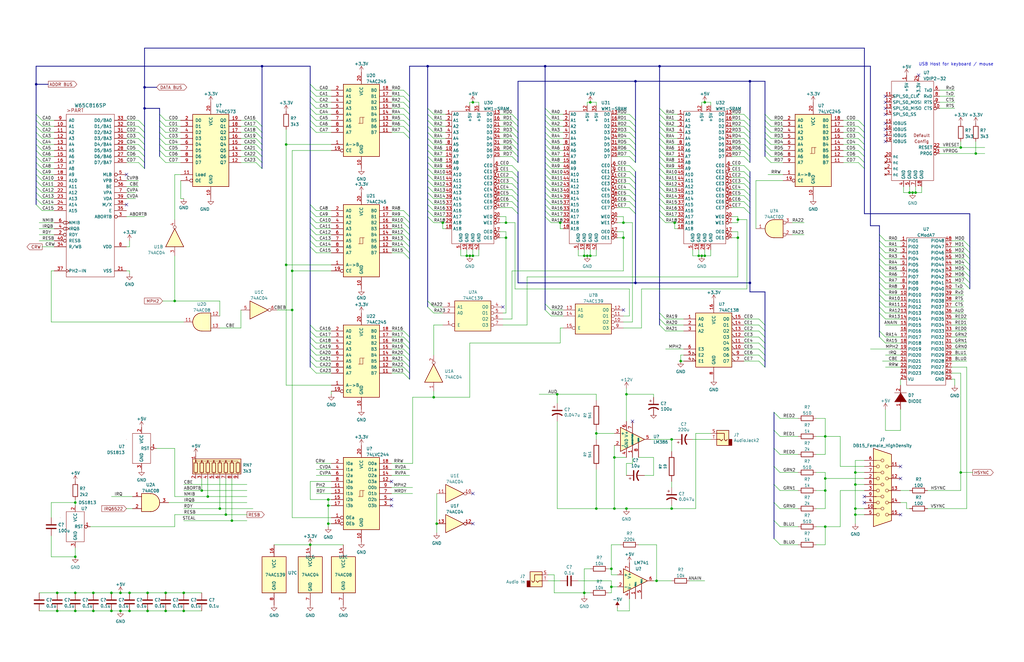
<source format=kicad_sch>
(kicad_sch (version 20211123) (generator eeschema)
  (paper "B")
  (title_block (title "65816 SBC") (rev "1.1") (company "Finitron"))
  (junction (at 138.43 213.36))
  (junction (at 267.97 119.38))
  (junction (at 360.68 217.17))
  (junction (at 257.81 247.65))
  (junction (at 69.85 257.81))
  (junction (at 257.81 240.03))
  (junction (at 411.48 64.77))
  (junction (at 199.39 43.18))
  (junction (at 85.09 207.01))
  (junction (at 347.98 184.15))
  (junction (at 46.99 257.81))
  (junction (at 316.23 34.29))
  (junction (at 347.98 201.93))
  (junction (at 259.08 193.04))
  (junction (at 347.98 222.25))
  (junction (at 262.89 93.98))
  (junction (at 184.15 220.98))
  (junction (at 360.68 199.39))
  (junction (at 130.81 229.87))
  (junction (at 236.22 93.98))
  (junction (at 123.19 130.81))
  (junction (at 267.97 34.29))
  (junction (at 347.98 207.01))
  (junction (at 229.87 27.94))
  (junction (at 251.46 182.88))
  (junction (at 246.38 107.95))
  (junction (at 54.61 250.19))
  (junction (at 247.65 107.95))
  (junction (at 87.63 209.55))
  (junction (at 77.47 250.19))
  (junction (at 295.91 107.95))
  (junction (at 60.96 45.72))
  (junction (at 50.8 250.19))
  (junction (at 39.37 250.19))
  (junction (at 24.13 257.81))
  (junction (at 264.16 214.63))
  (junction (at 248.92 43.18))
  (junction (at 138.43 210.82))
  (junction (at 54.61 257.81))
  (junction (at 213.36 93.98))
  (junction (at 92.71 214.63))
  (junction (at 405.13 62.23))
  (junction (at 24.13 250.19))
  (junction (at 39.37 257.81))
  (junction (at 283.21 214.63))
  (junction (at 234.95 166.37))
  (junction (at 120.65 60.96))
  (junction (at 311.15 92.71))
  (junction (at 248.92 107.95))
  (junction (at 196.85 107.95))
  (junction (at 31.75 212.09))
  (junction (at 264.16 166.37))
  (junction (at 31.75 250.19))
  (junction (at 60.96 36.83))
  (junction (at 31.75 234.95))
  (junction (at 316.23 119.38))
  (junction (at 294.64 107.95))
  (junction (at 278.13 27.94))
  (junction (at 297.18 107.95))
  (junction (at 386.08 81.28))
  (junction (at 31.75 257.81))
  (junction (at 251.46 214.63))
  (junction (at 360.68 204.47))
  (junction (at 120.65 111.76))
  (junction (at 246.38 250.19))
  (junction (at 198.12 107.95))
  (junction (at 297.18 43.18))
  (junction (at 73.66 127))
  (junction (at 182.88 167.64))
  (junction (at 360.68 214.63))
  (junction (at 186.69 93.98))
  (junction (at 46.99 250.19))
  (junction (at 15.24 35.56))
  (junction (at 50.8 257.81))
  (junction (at 180.34 27.94))
  (junction (at 384.81 81.28))
  (junction (at 311.15 100.33))
  (junction (at 138.43 220.98))
  (junction (at 62.23 250.19))
  (junction (at 62.23 257.81))
  (junction (at 213.36 100.33))
  (junction (at 95.25 217.17))
  (junction (at 283.21 185.42))
  (junction (at 259.08 214.63))
  (junction (at 69.85 250.19))
  (junction (at 383.54 81.28))
  (junction (at 199.39 107.95))
  (junction (at 405.13 199.39))
  (junction (at 262.89 100.33))
  (junction (at 287.02 152.4))
  (junction (at 123.19 114.3))
  (junction (at 77.47 257.81))
  (junction (at 284.48 93.98))
  (junction (at 97.79 219.71))
  (junction (at 110.49 27.94))
  (junction (at 276.86 245.11))
  (no_connect (at 373.38 52.07))
  (no_connect (at 262.89 130.81))
  (no_connect (at 379.73 201.93))
  (no_connect (at 199.39 220.98))
  (no_connect (at 199.39 208.28))
  (no_connect (at 212.09 129.54))
  (no_connect (at 165.1 203.2))
  (no_connect (at 165.1 210.82))
  (no_connect (at 165.1 213.36))
  (no_connect (at 387.35 31.75))
  (no_connect (at 266.7 177.8))
  (no_connect (at 373.38 54.61))
  (no_connect (at 379.73 196.85))
  (no_connect (at 373.38 45.72))
  (no_connect (at 373.38 59.69))
  (no_connect (at 364.49 212.09))
  (no_connect (at 373.38 43.18))
  (no_connect (at 53.34 73.66))
  (no_connect (at 364.49 209.55))
  (no_connect (at 373.38 57.15))
  (no_connect (at 379.73 217.17))
  (no_connect (at 373.38 48.26))
  (no_connect (at 53.34 86.36))
  (no_connect (at 373.38 40.64))
  (bus_entry (at 278.13 60.96) (size 2.54 2.54))
  (bus_entry (at 326.39 212.09) (size 2.54 2.54))
  (bus_entry (at 229.87 83.82) (size 2.54 2.54))
  (bus_entry (at 278.13 68.58) (size 2.54 2.54))
  (bus_entry (at 229.87 78.74) (size 2.54 2.54))
  (bus_entry (at 265.43 80.01) (size 2.54 2.54))
  (bus_entry (at 278.13 55.88) (size 2.54 2.54))
  (bus_entry (at 313.69 80.01) (size 2.54 2.54))
  (bus_entry (at 326.39 189.23) (size 2.54 2.54))
  (bus_entry (at 229.87 45.72) (size 2.54 2.54))
  (bus_entry (at 229.87 91.44) (size 2.54 2.54))
  (bus_entry (at 278.13 58.42) (size 2.54 2.54))
  (bus_entry (at 370.84 132.08) (size 2.54 2.54))
  (bus_entry (at 229.87 68.58) (size 2.54 2.54))
  (bus_entry (at 130.81 104.14) (size 2.54 2.54))
  (bus_entry (at 278.13 73.66) (size 2.54 2.54))
  (bus_entry (at 265.43 87.63) (size 2.54 2.54))
  (bus_entry (at 265.43 74.93) (size 2.54 2.54))
  (bus_entry (at 229.87 76.2) (size 2.54 2.54))
  (bus_entry (at 326.39 196.85) (size 2.54 2.54))
  (bus_entry (at 265.43 82.55) (size 2.54 2.54))
  (bus_entry (at 326.39 204.47) (size 2.54 2.54))
  (bus_entry (at 229.87 88.9) (size 2.54 2.54))
  (bus_entry (at 320.04 139.7) (size 2.54 2.54))
  (bus_entry (at 320.04 142.24) (size 2.54 2.54))
  (bus_entry (at 320.04 149.86) (size 2.54 2.54))
  (bus_entry (at 320.04 152.4) (size 2.54 2.54))
  (bus_entry (at 320.04 144.78) (size 2.54 2.54))
  (bus_entry (at 320.04 147.32) (size 2.54 2.54))
  (bus_entry (at 320.04 134.62) (size 2.54 2.54))
  (bus_entry (at 320.04 137.16) (size 2.54 2.54))
  (bus_entry (at 322.58 50.8) (size 2.54 2.54))
  (bus_entry (at 322.58 48.26) (size 2.54 2.54))
  (bus_entry (at 322.58 53.34) (size 2.54 2.54))
  (bus_entry (at 322.58 58.42) (size 2.54 2.54))
  (bus_entry (at 322.58 55.88) (size 2.54 2.54))
  (bus_entry (at 322.58 60.96) (size 2.54 2.54))
  (bus_entry (at 322.58 66.04) (size 2.54 2.54))
  (bus_entry (at 322.58 63.5) (size 2.54 2.54))
  (bus_entry (at 313.69 87.63) (size 2.54 2.54))
  (bus_entry (at 265.43 72.39) (size 2.54 2.54))
  (bus_entry (at 229.87 55.88) (size 2.54 2.54))
  (bus_entry (at 229.87 53.34) (size 2.54 2.54))
  (bus_entry (at 370.84 142.24) (size 2.54 2.54))
  (bus_entry (at 229.87 48.26) (size 2.54 2.54))
  (bus_entry (at 130.81 147.32) (size 2.54 2.54))
  (bus_entry (at 130.81 144.78) (size 2.54 2.54))
  (bus_entry (at 170.18 147.32) (size 2.54 2.54))
  (bus_entry (at 170.18 149.86) (size 2.54 2.54))
  (bus_entry (at 313.69 85.09) (size 2.54 2.54))
  (bus_entry (at 313.69 74.93) (size 2.54 2.54))
  (bus_entry (at 170.18 139.7) (size 2.54 2.54))
  (bus_entry (at 170.18 106.68) (size 2.54 2.54))
  (bus_entry (at 170.18 104.14) (size 2.54 2.54))
  (bus_entry (at 170.18 144.78) (size 2.54 2.54))
  (bus_entry (at 170.18 142.24) (size 2.54 2.54))
  (bus_entry (at 170.18 96.52) (size 2.54 2.54))
  (bus_entry (at 170.18 93.98) (size 2.54 2.54))
  (bus_entry (at 170.18 101.6) (size 2.54 2.54))
  (bus_entry (at 170.18 91.44) (size 2.54 2.54))
  (bus_entry (at 170.18 99.06) (size 2.54 2.54))
  (bus_entry (at 180.34 81.28) (size 2.54 2.54))
  (bus_entry (at 180.34 66.04) (size 2.54 2.54))
  (bus_entry (at 170.18 55.88) (size 2.54 2.54))
  (bus_entry (at 170.18 45.72) (size 2.54 2.54))
  (bus_entry (at 180.34 50.8) (size 2.54 2.54))
  (bus_entry (at 180.34 53.34) (size 2.54 2.54))
  (bus_entry (at 180.34 68.58) (size 2.54 2.54))
  (bus_entry (at 180.34 71.12) (size 2.54 2.54))
  (bus_entry (at 180.34 63.5) (size 2.54 2.54))
  (bus_entry (at 180.34 91.44) (size 2.54 2.54))
  (bus_entry (at 180.34 88.9) (size 2.54 2.54))
  (bus_entry (at 170.18 88.9) (size 2.54 2.54))
  (bus_entry (at 180.34 78.74) (size 2.54 2.54))
  (bus_entry (at 180.34 83.82) (size 2.54 2.54))
  (bus_entry (at 180.34 86.36) (size 2.54 2.54))
  (bus_entry (at 180.34 73.66) (size 2.54 2.54))
  (bus_entry (at 180.34 76.2) (size 2.54 2.54))
  (bus_entry (at 180.34 55.88) (size 2.54 2.54))
  (bus_entry (at 180.34 58.42) (size 2.54 2.54))
  (bus_entry (at 180.34 60.96) (size 2.54 2.54))
  (bus_entry (at 170.18 50.8) (size 2.54 2.54))
  (bus_entry (at 170.18 48.26) (size 2.54 2.54))
  (bus_entry (at 180.34 45.72) (size 2.54 2.54))
  (bus_entry (at 180.34 48.26) (size 2.54 2.54))
  (bus_entry (at 170.18 53.34) (size 2.54 2.54))
  (bus_entry (at 170.18 40.64) (size 2.54 2.54))
  (bus_entry (at 170.18 43.18) (size 2.54 2.54))
  (bus_entry (at 170.18 38.1) (size 2.54 2.54))
  (bus_entry (at 313.69 72.39) (size 2.54 2.54))
  (bus_entry (at 229.87 58.42) (size 2.54 2.54))
  (bus_entry (at 278.13 137.16) (size 2.54 2.54))
  (bus_entry (at 278.13 134.62) (size 2.54 2.54))
  (bus_entry (at 278.13 132.08) (size 2.54 2.54))
  (bus_entry (at 370.84 139.7) (size 2.54 2.54))
  (bus_entry (at 370.84 101.6) (size 2.54 2.54))
  (bus_entry (at 370.84 104.14) (size 2.54 2.54))
  (bus_entry (at 370.84 106.68) (size 2.54 2.54))
  (bus_entry (at 370.84 99.06) (size 2.54 2.54))
  (bus_entry (at 229.87 86.36) (size 2.54 2.54))
  (bus_entry (at 406.4 119.38) (size 2.54 2.54))
  (bus_entry (at 406.4 116.84) (size 2.54 2.54))
  (bus_entry (at 406.4 114.3) (size 2.54 2.54))
  (bus_entry (at 406.4 111.76) (size 2.54 2.54))
  (bus_entry (at 406.4 109.22) (size 2.54 2.54))
  (bus_entry (at 406.4 101.6) (size 2.54 2.54))
  (bus_entry (at 406.4 106.68) (size 2.54 2.54))
  (bus_entry (at 406.4 104.14) (size 2.54 2.54))
  (bus_entry (at 265.43 77.47) (size 2.54 2.54))
  (bus_entry (at 278.13 78.74) (size 2.54 2.54))
  (bus_entry (at 370.84 129.54) (size 2.54 2.54))
  (bus_entry (at 326.39 227.33) (size 2.54 2.54))
  (bus_entry (at 58.42 55.88) (size 2.54 2.54))
  (bus_entry (at 58.42 53.34) (size 2.54 2.54))
  (bus_entry (at 58.42 50.8) (size 2.54 2.54))
  (bus_entry (at 58.42 68.58) (size 2.54 2.54))
  (bus_entry (at 58.42 66.04) (size 2.54 2.54))
  (bus_entry (at 58.42 63.5) (size 2.54 2.54))
  (bus_entry (at 58.42 60.96) (size 2.54 2.54))
  (bus_entry (at 58.42 58.42) (size 2.54 2.54))
  (bus_entry (at 278.13 53.34) (size 2.54 2.54))
  (bus_entry (at 229.87 66.04) (size 2.54 2.54))
  (bus_entry (at 229.87 73.66) (size 2.54 2.54))
  (bus_entry (at 326.39 181.61) (size 2.54 2.54))
  (bus_entry (at 67.31 66.04) (size 2.54 2.54))
  (bus_entry (at 67.31 63.5) (size 2.54 2.54))
  (bus_entry (at 67.31 60.96) (size 2.54 2.54))
  (bus_entry (at 67.31 58.42) (size 2.54 2.54))
  (bus_entry (at 67.31 53.34) (size 2.54 2.54))
  (bus_entry (at 67.31 50.8) (size 2.54 2.54))
  (bus_entry (at 67.31 48.26) (size 2.54 2.54))
  (bus_entry (at 67.31 55.88) (size 2.54 2.54))
  (bus_entry (at 278.13 76.2) (size 2.54 2.54))
  (bus_entry (at 370.84 109.22) (size 2.54 2.54))
  (bus_entry (at 370.84 111.76) (size 2.54 2.54))
  (bus_entry (at 370.84 114.3) (size 2.54 2.54))
  (bus_entry (at 370.84 116.84) (size 2.54 2.54))
  (bus_entry (at 370.84 121.92) (size 2.54 2.54))
  (bus_entry (at 370.84 119.38) (size 2.54 2.54))
  (bus_entry (at 370.84 124.46) (size 2.54 2.54))
  (bus_entry (at 370.84 127) (size 2.54 2.54))
  (bus_entry (at 229.87 128.27) (size 2.54 2.54))
  (bus_entry (at 278.13 45.72) (size 2.54 2.54))
  (bus_entry (at 313.69 82.55) (size 2.54 2.54))
  (bus_entry (at 229.87 63.5) (size 2.54 2.54))
  (bus_entry (at 278.13 66.04) (size 2.54 2.54))
  (bus_entry (at 265.43 85.09) (size 2.54 2.54))
  (bus_entry (at 180.34 127) (size 2.54 2.54))
  (bus_entry (at 326.39 173.99) (size 2.54 2.54))
  (bus_entry (at 278.13 63.5) (size 2.54 2.54))
  (bus_entry (at 130.81 137.16) (size 2.54 2.54))
  (bus_entry (at 130.81 139.7) (size 2.54 2.54))
  (bus_entry (at 130.81 142.24) (size 2.54 2.54))
  (bus_entry (at 130.81 96.52) (size 2.54 2.54))
  (bus_entry (at 130.81 101.6) (size 2.54 2.54))
  (bus_entry (at 130.81 99.06) (size 2.54 2.54))
  (bus_entry (at 130.81 91.44) (size 2.54 2.54))
  (bus_entry (at 130.81 93.98) (size 2.54 2.54))
  (bus_entry (at 130.81 45.72) (size 2.54 2.54))
  (bus_entry (at 130.81 38.1) (size 2.54 2.54))
  (bus_entry (at 130.81 35.56) (size 2.54 2.54))
  (bus_entry (at 130.81 40.64) (size 2.54 2.54))
  (bus_entry (at 130.81 43.18) (size 2.54 2.54))
  (bus_entry (at 130.81 50.8) (size 2.54 2.54))
  (bus_entry (at 130.81 53.34) (size 2.54 2.54))
  (bus_entry (at 130.81 48.26) (size 2.54 2.54))
  (bus_entry (at 130.81 88.9) (size 2.54 2.54))
  (bus_entry (at 130.81 86.36) (size 2.54 2.54))
  (bus_entry (at 278.13 86.36) (size 2.54 2.54))
  (bus_entry (at 229.87 50.8) (size 2.54 2.54))
  (bus_entry (at 278.13 50.8) (size 2.54 2.54))
  (bus_entry (at 170.18 152.4) (size 2.54 2.54))
  (bus_entry (at 215.9 74.93) (size 2.54 2.54))
  (bus_entry (at 215.9 72.39) (size 2.54 2.54))
  (bus_entry (at 215.9 69.85) (size 2.54 2.54))
  (bus_entry (at 215.9 80.01) (size 2.54 2.54))
  (bus_entry (at 215.9 82.55) (size 2.54 2.54))
  (bus_entry (at 215.9 85.09) (size 2.54 2.54))
  (bus_entry (at 215.9 87.63) (size 2.54 2.54))
  (bus_entry (at 215.9 77.47) (size 2.54 2.54))
  (bus_entry (at 278.13 83.82) (size 2.54 2.54))
  (bus_entry (at 278.13 88.9) (size 2.54 2.54))
  (bus_entry (at 278.13 81.28) (size 2.54 2.54))
  (bus_entry (at 361.95 60.96) (size 2.54 2.54))
  (bus_entry (at 361.95 68.58) (size 2.54 2.54))
  (bus_entry (at 361.95 66.04) (size 2.54 2.54))
  (bus_entry (at 361.95 63.5) (size 2.54 2.54))
  (bus_entry (at 361.95 58.42) (size 2.54 2.54))
  (bus_entry (at 361.95 55.88) (size 2.54 2.54))
  (bus_entry (at 361.95 53.34) (size 2.54 2.54))
  (bus_entry (at 361.95 50.8) (size 2.54 2.54))
  (bus_entry (at 229.87 71.12) (size 2.54 2.54))
  (bus_entry (at 265.43 69.85) (size 2.54 2.54))
  (bus_entry (at 278.13 91.44) (size 2.54 2.54))
  (bus_entry (at 313.69 69.85) (size 2.54 2.54))
  (bus_entry (at 326.39 219.71) (size 2.54 2.54))
  (bus_entry (at 15.24 50.8) (size 2.54 2.54))
  (bus_entry (at 15.24 48.26) (size 2.54 2.54))
  (bus_entry (at 15.24 66.04) (size 2.54 2.54))
  (bus_entry (at 15.24 63.5) (size 2.54 2.54))
  (bus_entry (at 15.24 55.88) (size 2.54 2.54))
  (bus_entry (at 15.24 53.34) (size 2.54 2.54))
  (bus_entry (at 15.24 60.96) (size 2.54 2.54))
  (bus_entry (at 15.24 58.42) (size 2.54 2.54))
  (bus_entry (at 15.24 76.2) (size 2.54 2.54))
  (bus_entry (at 15.24 73.66) (size 2.54 2.54))
  (bus_entry (at 15.24 86.36) (size 2.54 2.54))
  (bus_entry (at 15.24 83.82) (size 2.54 2.54))
  (bus_entry (at 15.24 71.12) (size 2.54 2.54))
  (bus_entry (at 15.24 68.58) (size 2.54 2.54))
  (bus_entry (at 15.24 81.28) (size 2.54 2.54))
  (bus_entry (at 15.24 78.74) (size 2.54 2.54))
  (bus_entry (at 107.95 58.42) (size 2.54 2.54))
  (bus_entry (at 107.95 68.58) (size 2.54 2.54))
  (bus_entry (at 107.95 66.04) (size 2.54 2.54))
  (bus_entry (at 107.95 63.5) (size 2.54 2.54))
  (bus_entry (at 107.95 55.88) (size 2.54 2.54))
  (bus_entry (at 107.95 53.34) (size 2.54 2.54))
  (bus_entry (at 107.95 50.8) (size 2.54 2.54))
  (bus_entry (at 107.95 60.96) (size 2.54 2.54))
  (bus_entry (at 130.81 154.94) (size 2.54 2.54))
  (bus_entry (at 130.81 152.4) (size 2.54 2.54))
  (bus_entry (at 130.81 149.86) (size 2.54 2.54))
  (bus_entry (at 229.87 130.81) (size 2.54 2.54))
  (bus_entry (at 180.34 129.54) (size 2.54 2.54))
  (bus_entry (at 229.87 60.96) (size 2.54 2.54))
  (bus_entry (at 229.87 81.28) (size 2.54 2.54))
  (bus_entry (at 313.69 77.47) (size 2.54 2.54))
  (bus_entry (at 278.13 71.12) (size 2.54 2.54))
  (bus_entry (at 215.9 53.34) (size 2.54 2.54))
  (bus_entry (at 215.9 48.26) (size 2.54 2.54))
  (bus_entry (at 215.9 50.8) (size 2.54 2.54))
  (bus_entry (at 215.9 55.88) (size 2.54 2.54))
  (bus_entry (at 215.9 60.96) (size 2.54 2.54))
  (bus_entry (at 215.9 66.04) (size 2.54 2.54))
  (bus_entry (at 215.9 63.5) (size 2.54 2.54))
  (bus_entry (at 215.9 58.42) (size 2.54 2.54))
  (bus_entry (at 265.43 63.5) (size 2.54 2.54))
  (bus_entry (at 265.43 58.42) (size 2.54 2.54))
  (bus_entry (at 265.43 55.88) (size 2.54 2.54))
  (bus_entry (at 265.43 60.96) (size 2.54 2.54))
  (bus_entry (at 265.43 53.34) (size 2.54 2.54))
  (bus_entry (at 265.43 66.04) (size 2.54 2.54))
  (bus_entry (at 265.43 50.8) (size 2.54 2.54))
  (bus_entry (at 265.43 48.26) (size 2.54 2.54))
  (bus_entry (at 313.69 66.04) (size 2.54 2.54))
  (bus_entry (at 313.69 63.5) (size 2.54 2.54))
  (bus_entry (at 313.69 60.96) (size 2.54 2.54))
  (bus_entry (at 313.69 58.42) (size 2.54 2.54))
  (bus_entry (at 313.69 55.88) (size 2.54 2.54))
  (bus_entry (at 313.69 53.34) (size 2.54 2.54))
  (bus_entry (at 313.69 50.8) (size 2.54 2.54))
  (bus_entry (at 313.69 48.26) (size 2.54 2.54))
  (bus_entry (at 170.18 154.94) (size 2.54 2.54))
  (bus_entry (at 170.18 157.48) (size 2.54 2.54))
  (bus_entry (at 278.13 48.26) (size 2.54 2.54))
  (wire (pts (xy 53.34 55.88) (xy 58.42 55.88)))
  (wire (pts (xy 53.34 76.2) (xy 58.42 76.2)))
  (wire (pts (xy 210.82 77.47) (xy 215.9 77.47)))
  (wire (pts (xy 120.65 60.96) (xy 139.7 60.96)))
  (bus (pts (xy 229.87 27.94) (xy 229.87 45.72)))
  (bus (pts (xy 60.96 66.04) (xy 60.96 63.5)))
  (wire (pts (xy 170.18 38.1) (xy 165.1 38.1)))
  (bus (pts (xy 408.94 114.3) (xy 408.94 111.76)))
  (wire (pts (xy 101.6 53.34) (xy 107.95 53.34)))
  (wire (pts (xy 285.75 78.74) (xy 280.67 78.74)))
  (wire (pts (xy 360.68 199.39) (xy 360.68 204.47)))
  (wire (pts (xy 170.18 149.86) (xy 165.1 149.86)))
  (wire (pts (xy 182.88 137.16) (xy 182.88 149.86)))
  (wire (pts (xy 22.86 60.96) (xy 17.78 60.96)))
  (bus (pts (xy 229.87 88.9) (xy 229.87 91.44)))
  (wire (pts (xy 379.73 137.16) (xy 373.38 137.16)))
  (wire (pts (xy 401.32 104.14) (xy 406.4 104.14)))
  (bus (pts (xy 130.81 35.56) (xy 130.81 27.94)))
  (wire (pts (xy 138.43 213.36) (xy 138.43 220.98)))
  (wire (pts (xy 170.18 139.7) (xy 165.1 139.7)))
  (wire (pts (xy 262.89 100.33) (xy 260.35 100.33)))
  (bus (pts (xy 130.81 91.44) (xy 130.81 88.9)))
  (bus (pts (xy 367.03 95.25) (xy 367.03 27.94)))
  (wire (pts (xy 165.1 152.4) (xy 170.18 152.4)))
  (wire (pts (xy 21.59 234.95) (xy 31.75 234.95)))
  (bus (pts (xy 278.13 86.36) (xy 278.13 88.9)))
  (wire (pts (xy 101.6 58.42) (xy 107.95 58.42)))
  (wire (pts (xy 313.69 137.16) (xy 320.04 137.16)))
  (wire (pts (xy 92.71 127) (xy 92.71 133.35)))
  (bus (pts (xy 218.44 66.04) (xy 218.44 68.58)))
  (wire (pts (xy 53.34 104.14) (xy 54.61 104.14)))
  (bus (pts (xy 316.23 87.63) (xy 316.23 90.17)))
  (bus (pts (xy 172.72 48.26) (xy 172.72 45.72)))
  (bus (pts (xy 278.13 73.66) (xy 278.13 76.2)))
  (wire (pts (xy 234.95 214.63) (xy 251.46 214.63)))
  (bus (pts (xy 130.81 53.34) (xy 130.81 50.8)))
  (wire (pts (xy 328.93 214.63) (xy 336.55 214.63)))
  (wire (pts (xy 379.73 124.46) (xy 373.38 124.46)))
  (bus (pts (xy 316.23 50.8) (xy 316.23 34.29)))
  (wire (pts (xy 199.39 105.41) (xy 199.39 107.95)))
  (bus (pts (xy 408.94 90.17) (xy 408.94 104.14)))
  (wire (pts (xy 405.13 62.23) (xy 405.13 59.69)))
  (wire (pts (xy 344.17 207.01) (xy 347.98 207.01)))
  (bus (pts (xy 60.96 71.12) (xy 60.96 68.58)))
  (wire (pts (xy 187.96 66.04) (xy 182.88 66.04)))
  (wire (pts (xy 170.18 53.34) (xy 165.1 53.34)))
  (wire (pts (xy 379.73 121.92) (xy 373.38 121.92)))
  (wire (pts (xy 396.24 43.18) (xy 402.59 43.18)))
  (bus (pts (xy 130.81 50.8) (xy 130.81 48.26)))
  (bus (pts (xy 172.72 109.22) (xy 172.72 106.68)))
  (wire (pts (xy 144.78 229.87) (xy 130.81 229.87)))
  (wire (pts (xy 73.66 73.66) (xy 73.66 92.71)))
  (bus (pts (xy 316.23 34.29) (xy 267.97 34.29)))
  (wire (pts (xy 401.32 147.32) (xy 407.67 147.32)))
  (wire (pts (xy 101.6 130.81) (xy 101.6 138.43)))
  (wire (pts (xy 354.33 207.01) (xy 354.33 222.25)))
  (bus (pts (xy 60.96 58.42) (xy 60.96 55.88)))
  (wire (pts (xy 54.61 104.14) (xy 54.61 101.6)))
  (bus (pts (xy 267.97 90.17) (xy 267.97 119.38)))
  (wire (pts (xy 54.61 114.3) (xy 54.61 115.57)))
  (bus (pts (xy 278.13 76.2) (xy 278.13 78.74)))
  (wire (pts (xy 311.15 93.98) (xy 308.61 93.98)))
  (wire (pts (xy 391.16 214.63) (xy 407.67 214.63)))
  (wire (pts (xy 22.86 93.98) (xy 16.51 93.98)))
  (bus (pts (xy 278.13 78.74) (xy 278.13 81.28)))
  (wire (pts (xy 66.04 189.23) (xy 73.66 189.23)))
  (wire (pts (xy 405.13 157.48) (xy 401.32 157.48)))
  (wire (pts (xy 318.77 76.2) (xy 330.2 76.2)))
  (bus (pts (xy 370.84 104.14) (xy 370.84 101.6)))
  (wire (pts (xy 379.73 162.56) (xy 379.73 160.02)))
  (bus (pts (xy 130.81 45.72) (xy 130.81 43.18)))
  (bus (pts (xy 67.31 45.72) (xy 60.96 45.72)))
  (wire (pts (xy 236.22 93.98) (xy 232.41 93.98)))
  (wire (pts (xy 260.35 74.93) (xy 265.43 74.93)))
  (wire (pts (xy 120.65 162.56) (xy 139.7 162.56)))
  (wire (pts (xy 237.49 48.26) (xy 232.41 48.26)))
  (wire (pts (xy 22.86 96.52) (xy 16.51 96.52)))
  (wire (pts (xy 62.23 257.81) (xy 69.85 257.81)))
  (wire (pts (xy 22.86 81.28) (xy 17.78 81.28)))
  (wire (pts (xy 210.82 58.42) (xy 215.9 58.42)))
  (bus (pts (xy 322.58 144.78) (xy 322.58 142.24)))
  (wire (pts (xy 247.65 107.95) (xy 248.92 107.95)))
  (wire (pts (xy 173.99 167.64) (xy 173.99 195.58)))
  (bus (pts (xy 229.87 63.5) (xy 229.87 66.04)))
  (wire (pts (xy 187.96 68.58) (xy 182.88 68.58)))
  (wire (pts (xy 270.51 121.92) (xy 270.51 138.43)))
  (bus (pts (xy 67.31 58.42) (xy 67.31 55.88)))
  (wire (pts (xy 22.86 86.36) (xy 17.78 86.36)))
  (bus (pts (xy 229.87 76.2) (xy 229.87 78.74)))
  (bus (pts (xy 67.31 55.88) (xy 67.31 53.34)))
  (bus (pts (xy 130.81 99.06) (xy 130.81 96.52)))
  (wire (pts (xy 402.59 160.02) (xy 402.59 162.56)))
  (bus (pts (xy 278.13 27.94) (xy 278.13 45.72)))
  (bus (pts (xy 316.23 74.93) (xy 316.23 77.47)))
  (wire (pts (xy 270.51 121.92) (xy 314.96 121.92)))
  (wire (pts (xy 87.63 201.93) (xy 87.63 209.55)))
  (wire (pts (xy 210.82 80.01) (xy 215.9 80.01)))
  (wire (pts (xy 187.96 58.42) (xy 182.88 58.42)))
  (bus (pts (xy 267.97 50.8) (xy 267.97 34.29)))
  (bus (pts (xy 180.34 91.44) (xy 180.34 127)))
  (wire (pts (xy 285.75 83.82) (xy 280.67 83.82)))
  (wire (pts (xy 355.6 60.96) (xy 361.95 60.96)))
  (wire (pts (xy 260.35 72.39) (xy 265.43 72.39)))
  (wire (pts (xy 275.59 166.37) (xy 264.16 166.37)))
  (wire (pts (xy 21.59 135.89) (xy 77.47 135.89)))
  (bus (pts (xy 15.24 76.2) (xy 15.24 78.74)))
  (bus (pts (xy 218.44 53.34) (xy 218.44 55.88)))
  (wire (pts (xy 313.69 144.78) (xy 320.04 144.78)))
  (bus (pts (xy 218.44 58.42) (xy 218.44 60.96)))
  (wire (pts (xy 22.86 73.66) (xy 17.78 73.66)))
  (wire (pts (xy 308.61 60.96) (xy 313.69 60.96)))
  (bus (pts (xy 15.24 58.42) (xy 15.24 60.96)))
  (bus (pts (xy 322.58 149.86) (xy 322.58 147.32)))
  (wire (pts (xy 123.19 63.5) (xy 123.19 114.3)))
  (wire (pts (xy 139.7 99.06) (xy 133.35 99.06)))
  (wire (pts (xy 355.6 66.04) (xy 361.95 66.04)))
  (wire (pts (xy 22.86 55.88) (xy 17.78 55.88)))
  (wire (pts (xy 243.84 105.41) (xy 243.84 107.95)))
  (wire (pts (xy 53.34 53.34) (xy 58.42 53.34)))
  (wire (pts (xy 170.18 91.44) (xy 165.1 91.44)))
  (wire (pts (xy 344.17 222.25) (xy 347.98 222.25)))
  (bus (pts (xy 316.23 80.01) (xy 316.23 82.55)))
  (wire (pts (xy 237.49 63.5) (xy 232.41 63.5)))
  (wire (pts (xy 266.7 193.04) (xy 266.7 195.58)))
  (bus (pts (xy 218.44 80.01) (xy 218.44 82.55)))
  (wire (pts (xy 97.79 219.71) (xy 104.14 219.71)))
  (wire (pts (xy 101.6 68.58) (xy 107.95 68.58)))
  (wire (pts (xy 139.7 139.7) (xy 133.35 139.7)))
  (wire (pts (xy 299.72 107.95) (xy 299.72 105.41)))
  (wire (pts (xy 260.35 80.01) (xy 265.43 80.01)))
  (wire (pts (xy 69.85 250.19) (xy 77.47 250.19)))
  (bus (pts (xy 15.24 63.5) (xy 15.24 66.04)))
  (bus (pts (xy 229.87 53.34) (xy 229.87 55.88)))
  (wire (pts (xy 260.35 63.5) (xy 265.43 63.5)))
  (wire (pts (xy 199.39 43.18) (xy 201.93 43.18)))
  (wire (pts (xy 364.49 214.63) (xy 360.68 214.63)))
  (wire (pts (xy 248.92 43.18) (xy 251.46 43.18)))
  (bus (pts (xy 370.84 101.6) (xy 370.84 99.06)))
  (bus (pts (xy 67.31 63.5) (xy 67.31 60.96)))
  (bus (pts (xy 130.81 86.36) (xy 130.81 53.34)))
  (wire (pts (xy 401.32 114.3) (xy 406.4 114.3)))
  (wire (pts (xy 334.01 93.98) (xy 339.09 93.98)))
  (wire (pts (xy 262.89 93.98) (xy 262.89 91.44)))
  (wire (pts (xy 401.32 142.24) (xy 407.67 142.24)))
  (wire (pts (xy 76.2 60.96) (xy 69.85 60.96)))
  (bus (pts (xy 172.72 43.18) (xy 172.72 40.64)))
  (wire (pts (xy 139.7 210.82) (xy 138.43 210.82)))
  (wire (pts (xy 187.96 50.8) (xy 182.88 50.8)))
  (wire (pts (xy 308.61 58.42) (xy 313.69 58.42)))
  (wire (pts (xy 257.81 242.57) (xy 260.35 242.57)))
  (wire (pts (xy 396.24 40.64) (xy 402.59 40.64)))
  (bus (pts (xy 229.87 50.8) (xy 229.87 53.34)))
  (bus (pts (xy 364.49 60.96) (xy 364.49 58.42)))
  (bus (pts (xy 20.32 35.56) (xy 15.24 35.56)))
  (wire (pts (xy 344.17 229.87) (xy 347.98 229.87)))
  (bus (pts (xy 364.49 66.04) (xy 364.49 63.5)))
  (wire (pts (xy 280.67 147.32) (xy 288.29 147.32)))
  (bus (pts (xy 130.81 93.98) (xy 130.81 91.44)))
  (bus (pts (xy 229.87 78.74) (xy 229.87 81.28)))
  (wire (pts (xy 85.09 207.01) (xy 104.14 207.01)))
  (wire (pts (xy 285.75 96.52) (xy 284.48 96.52)))
  (bus (pts (xy 326.39 204.47) (xy 326.39 196.85)))
  (bus (pts (xy 15.24 83.82) (xy 15.24 86.36)))
  (wire (pts (xy 77.47 219.71) (xy 97.79 219.71)))
  (wire (pts (xy 285.75 48.26) (xy 280.67 48.26)))
  (bus (pts (xy 364.49 71.12) (xy 364.49 68.58)))
  (wire (pts (xy 210.82 53.34) (xy 215.9 53.34)))
  (wire (pts (xy 24.13 257.81) (xy 31.75 257.81)))
  (wire (pts (xy 379.73 114.3) (xy 373.38 114.3)))
  (wire (pts (xy 297.18 105.41) (xy 297.18 107.95)))
  (bus (pts (xy 15.24 73.66) (xy 15.24 76.2)))
  (wire (pts (xy 101.6 138.43) (xy 92.71 138.43)))
  (wire (pts (xy 217.17 121.92) (xy 217.17 93.98)))
  (wire (pts (xy 210.82 55.88) (xy 215.9 55.88)))
  (wire (pts (xy 53.34 114.3) (xy 54.61 114.3)))
  (wire (pts (xy 396.24 64.77) (xy 411.48 64.77)))
  (wire (pts (xy 379.73 154.94) (xy 373.38 154.94)))
  (wire (pts (xy 76.2 63.5) (xy 69.85 63.5)))
  (wire (pts (xy 101.6 66.04) (xy 107.95 66.04)))
  (wire (pts (xy 237.49 68.58) (xy 232.41 68.58)))
  (bus (pts (xy 322.58 55.88) (xy 322.58 53.34)))
  (wire (pts (xy 101.6 55.88) (xy 107.95 55.88)))
  (wire (pts (xy 199.39 107.95) (xy 201.93 107.95)))
  (wire (pts (xy 139.7 147.32) (xy 133.35 147.32)))
  (wire (pts (xy 260.35 48.26) (xy 265.43 48.26)))
  (wire (pts (xy 251.46 182.88) (xy 251.46 185.42)))
  (wire (pts (xy 344.17 176.53) (xy 347.98 176.53)))
  (wire (pts (xy 401.32 124.46) (xy 406.4 124.46)))
  (wire (pts (xy 237.49 66.04) (xy 232.41 66.04)))
  (wire (pts (xy 379.73 119.38) (xy 373.38 119.38)))
  (wire (pts (xy 308.61 80.01) (xy 313.69 80.01)))
  (wire (pts (xy 308.61 77.47) (xy 313.69 77.47)))
  (bus (pts (xy 364.49 90.17) (xy 364.49 71.12)))
  (wire (pts (xy 76.2 53.34) (xy 69.85 53.34)))
  (bus (pts (xy 130.81 96.52) (xy 130.81 93.98)))
  (wire (pts (xy 259.08 193.04) (xy 259.08 187.96)))
  (bus (pts (xy 316.23 58.42) (xy 316.23 55.88)))
  (wire (pts (xy 139.7 96.52) (xy 133.35 96.52)))
  (wire (pts (xy 120.65 54.61) (xy 120.65 60.96)))
  (wire (pts (xy 266.7 93.98) (xy 266.7 135.89)))
  (bus (pts (xy 322.58 66.04) (xy 322.58 63.5)))
  (bus (pts (xy 322.58 139.7) (xy 322.58 137.16)))
  (wire (pts (xy 210.82 50.8) (xy 215.9 50.8)))
  (wire (pts (xy 139.7 208.28) (xy 133.35 208.28)))
  (wire (pts (xy 391.16 207.01) (xy 405.13 207.01)))
  (wire (pts (xy 401.32 144.78) (xy 407.67 144.78)))
  (bus (pts (xy 180.34 53.34) (xy 180.34 55.88)))
  (bus (pts (xy 15.24 27.94) (xy 110.49 27.94)))
  (wire (pts (xy 165.1 198.12) (xy 172.72 198.12)))
  (wire (pts (xy 336.55 229.87) (xy 328.93 229.87)))
  (wire (pts (xy 313.69 134.62) (xy 320.04 134.62)))
  (wire (pts (xy 210.82 97.79) (xy 213.36 97.79)))
  (bus (pts (xy 229.87 45.72) (xy 229.87 48.26)))
  (wire (pts (xy 46.99 257.81) (xy 50.8 257.81)))
  (bus (pts (xy 130.81 48.26) (xy 130.81 45.72)))
  (wire (pts (xy 24.13 250.19) (xy 31.75 250.19)))
  (wire (pts (xy 237.49 96.52) (xy 236.22 96.52)))
  (wire (pts (xy 285.75 81.28) (xy 280.67 81.28)))
  (wire (pts (xy 139.7 104.14) (xy 133.35 104.14)))
  (bus (pts (xy 130.81 139.7) (xy 130.81 137.16)))
  (bus (pts (xy 229.87 48.26) (xy 229.87 50.8)))
  (wire (pts (xy 248.92 105.41) (xy 248.92 107.95)))
  (wire (pts (xy 213.36 100.33) (xy 213.36 132.08)))
  (wire (pts (xy 318.77 96.52) (xy 318.77 76.2)))
  (wire (pts (xy 139.7 205.74) (xy 133.35 205.74)))
  (wire (pts (xy 288.29 152.4) (xy 287.02 152.4)))
  (wire (pts (xy 92.71 214.63) (xy 106.68 214.63)))
  (wire (pts (xy 120.65 111.76) (xy 120.65 60.96)))
  (wire (pts (xy 247.65 44.45) (xy 247.65 43.18)))
  (wire (pts (xy 285.75 93.98) (xy 284.48 93.98)))
  (wire (pts (xy 293.37 182.88) (xy 299.72 182.88)))
  (wire (pts (xy 401.32 137.16) (xy 407.67 137.16)))
  (wire (pts (xy 313.69 152.4) (xy 320.04 152.4)))
  (bus (pts (xy 278.13 68.58) (xy 278.13 71.12)))
  (wire (pts (xy 330.2 68.58) (xy 325.12 68.58)))
  (wire (pts (xy 288.29 134.62) (xy 280.67 134.62)))
  (wire (pts (xy 401.32 139.7) (xy 407.67 139.7)))
  (bus (pts (xy 67.31 50.8) (xy 67.31 48.26)))
  (wire (pts (xy 285.75 73.66) (xy 280.67 73.66)))
  (wire (pts (xy 71.12 212.09) (xy 104.14 212.09)))
  (wire (pts (xy 405.13 199.39) (xy 410.21 199.39)))
  (wire (pts (xy 198.12 107.95) (xy 199.39 107.95)))
  (bus (pts (xy 316.23 68.58) (xy 316.23 66.04)))
  (wire (pts (xy 260.35 77.47) (xy 265.43 77.47)))
  (bus (pts (xy 110.49 60.96) (xy 110.49 58.42)))
  (wire (pts (xy 186.69 129.54) (xy 182.88 129.54)))
  (wire (pts (xy 187.96 96.52) (xy 186.69 96.52)))
  (bus (pts (xy 130.81 144.78) (xy 130.81 142.24)))
  (bus (pts (xy 172.72 96.52) (xy 172.72 93.98)))
  (bus (pts (xy 267.97 119.38) (xy 316.23 119.38)))
  (bus (pts (xy 278.13 27.94) (xy 367.03 27.94)))
  (wire (pts (xy 227.33 166.37) (xy 234.95 166.37)))
  (wire (pts (xy 256.54 240.03) (xy 257.81 240.03)))
  (wire (pts (xy 257.81 229.87) (xy 261.62 229.87)))
  (bus (pts (xy 229.87 86.36) (xy 229.87 88.9)))
  (bus (pts (xy 172.72 101.6) (xy 172.72 99.06)))
  (wire (pts (xy 222.25 116.84) (xy 311.15 116.84)))
  (wire (pts (xy 336.55 191.77) (xy 328.93 191.77)))
  (wire (pts (xy 260.35 97.79) (xy 262.89 97.79)))
  (wire (pts (xy 53.34 63.5) (xy 58.42 63.5)))
  (wire (pts (xy 288.29 139.7) (xy 280.67 139.7)))
  (bus (pts (xy 15.24 55.88) (xy 15.24 58.42)))
  (wire (pts (xy 187.96 83.82) (xy 182.88 83.82)))
  (bus (pts (xy 172.72 149.86) (xy 172.72 147.32)))
  (wire (pts (xy 330.2 66.04) (xy 325.12 66.04)))
  (wire (pts (xy 248.92 250.19) (xy 246.38 250.19)))
  (wire (pts (xy 139.7 149.86) (xy 133.35 149.86)))
  (wire (pts (xy 283.21 203.2) (xy 283.21 205.74)))
  (wire (pts (xy 187.96 48.26) (xy 182.88 48.26)))
  (wire (pts (xy 360.68 194.31) (xy 360.68 199.39)))
  (wire (pts (xy 237.49 53.34) (xy 232.41 53.34)))
  (bus (pts (xy 370.84 106.68) (xy 370.84 104.14)))
  (wire (pts (xy 401.32 101.6) (xy 406.4 101.6)))
  (wire (pts (xy 139.7 93.98) (xy 133.35 93.98)))
  (bus (pts (xy 130.81 142.24) (xy 130.81 139.7)))
  (bus (pts (xy 218.44 55.88) (xy 218.44 58.42)))
  (wire (pts (xy 139.7 55.88) (xy 133.35 55.88)))
  (wire (pts (xy 265.43 252.73) (xy 265.43 257.81)))
  (wire (pts (xy 237.49 78.74) (xy 232.41 78.74)))
  (bus (pts (xy 130.81 38.1) (xy 130.81 35.56)))
  (wire (pts (xy 292.1 185.42) (xy 299.72 185.42)))
  (bus (pts (xy 60.96 55.88) (xy 60.96 53.34)))
  (bus (pts (xy 15.24 81.28) (xy 15.24 83.82)))
  (bus (pts (xy 229.87 55.88) (xy 229.87 58.42)))
  (wire (pts (xy 262.89 100.33) (xy 262.89 114.3)))
  (wire (pts (xy 22.86 66.04) (xy 17.78 66.04)))
  (bus (pts (xy 267.97 58.42) (xy 267.97 55.88)))
  (wire (pts (xy 396.24 45.72) (xy 402.59 45.72)))
  (wire (pts (xy 53.34 91.44) (xy 60.96 91.44)))
  (wire (pts (xy 139.7 144.78) (xy 133.35 144.78)))
  (bus (pts (xy 180.34 27.94) (xy 180.34 45.72)))
  (wire (pts (xy 347.98 184.15) (xy 354.33 184.15)))
  (bus (pts (xy 130.81 154.94) (xy 130.81 152.4)))
  (wire (pts (xy 139.7 43.18) (xy 133.35 43.18)))
  (wire (pts (xy 170.18 144.78) (xy 165.1 144.78)))
  (wire (pts (xy 237.49 81.28) (xy 232.41 81.28)))
  (wire (pts (xy 257.81 240.03) (xy 257.81 229.87)))
  (bus (pts (xy 172.72 152.4) (xy 172.72 149.86)))
  (wire (pts (xy 260.35 53.34) (xy 265.43 53.34)))
  (bus (pts (xy 15.24 78.74) (xy 15.24 81.28)))
  (bus (pts (xy 278.13 53.34) (xy 278.13 55.88)))
  (wire (pts (xy 260.35 58.42) (xy 265.43 58.42)))
  (wire (pts (xy 50.8 257.81) (xy 54.61 257.81)))
  (wire (pts (xy 53.34 60.96) (xy 58.42 60.96)))
  (wire (pts (xy 287.02 149.86) (xy 287.02 152.4)))
  (wire (pts (xy 210.82 87.63) (xy 215.9 87.63)))
  (bus (pts (xy 278.13 55.88) (xy 278.13 58.42)))
  (wire (pts (xy 184.15 224.79) (xy 184.15 220.98)))
  (bus (pts (xy 322.58 137.16) (xy 322.58 123.19)))
  (bus (pts (xy 180.34 50.8) (xy 180.34 53.34)))
  (wire (pts (xy 237.49 60.96) (xy 232.41 60.96)))
  (wire (pts (xy 173.99 167.64) (xy 182.88 167.64)))
  (wire (pts (xy 186.69 93.98) (xy 182.88 93.98)))
  (wire (pts (xy 170.18 106.68) (xy 165.1 106.68)))
  (wire (pts (xy 139.7 114.3) (xy 123.19 114.3)))
  (wire (pts (xy 386.08 81.28) (xy 388.62 81.28)))
  (wire (pts (xy 383.54 78.74) (xy 383.54 81.28)))
  (bus (pts (xy 370.84 109.22) (xy 370.84 111.76)))
  (wire (pts (xy 165.1 208.28) (xy 173.99 208.28)))
  (wire (pts (xy 251.46 166.37) (xy 251.46 168.91)))
  (bus (pts (xy 322.58 53.34) (xy 322.58 50.8)))
  (wire (pts (xy 373.38 132.08) (xy 379.73 132.08)))
  (wire (pts (xy 170.18 50.8) (xy 165.1 50.8)))
  (wire (pts (xy 123.19 130.81) (xy 123.19 218.44)))
  (wire (pts (xy 396.24 62.23) (xy 405.13 62.23)))
  (wire (pts (xy 21.59 135.89) (xy 21.59 114.3)))
  (bus (pts (xy 180.34 88.9) (xy 180.34 91.44)))
  (wire (pts (xy 251.46 166.37) (xy 234.95 166.37)))
  (bus (pts (xy 229.87 130.81) (xy 229.87 128.27)))
  (wire (pts (xy 260.35 66.04) (xy 265.43 66.04)))
  (wire (pts (xy 311.15 92.71) (xy 311.15 93.98)))
  (wire (pts (xy 401.32 154.94) (xy 407.67 154.94)))
  (bus (pts (xy 60.96 36.83) (xy 60.96 20.32)))
  (wire (pts (xy 411.48 64.77) (xy 415.29 64.77)))
  (wire (pts (xy 165.1 157.48) (xy 170.18 157.48)))
  (wire (pts (xy 379.73 129.54) (xy 373.38 129.54)))
  (wire (pts (xy 101.6 63.5) (xy 107.95 63.5)))
  (wire (pts (xy 308.61 74.93) (xy 313.69 74.93)))
  (wire (pts (xy 347.98 222.25) (xy 347.98 229.87)))
  (wire (pts (xy 284.48 96.52) (xy 284.48 93.98)))
  (bus (pts (xy 229.87 60.96) (xy 229.87 63.5)))
  (wire (pts (xy 76.2 55.88) (xy 69.85 55.88)))
  (wire (pts (xy 347.98 191.77) (xy 344.17 191.77)))
  (wire (pts (xy 344.17 184.15) (xy 347.98 184.15)))
  (wire (pts (xy 76.2 76.2) (xy 76.2 83.82)))
  (wire (pts (xy 77.47 204.47) (xy 104.14 204.47)))
  (wire (pts (xy 54.61 250.19) (xy 62.23 250.19)))
  (wire (pts (xy 138.43 210.82) (xy 138.43 213.36)))
  (wire (pts (xy 336.55 207.01) (xy 328.93 207.01)))
  (bus (pts (xy 15.24 50.8) (xy 15.24 53.34)))
  (wire (pts (xy 344.17 199.39) (xy 347.98 199.39)))
  (wire (pts (xy 170.18 142.24) (xy 165.1 142.24)))
  (bus (pts (xy 180.34 66.04) (xy 180.34 68.58)))
  (wire (pts (xy 62.23 250.19) (xy 69.85 250.19)))
  (bus (pts (xy 218.44 87.63) (xy 218.44 90.17)))
  (bus (pts (xy 322.58 34.29) (xy 316.23 34.29)))
  (wire (pts (xy 295.91 107.95) (xy 297.18 107.95)))
  (wire (pts (xy 31.75 212.09) (xy 21.59 212.09)))
  (wire (pts (xy 170.18 99.06) (xy 165.1 99.06)))
  (bus (pts (xy 180.34 55.88) (xy 180.34 58.42)))
  (wire (pts (xy 401.32 116.84) (xy 406.4 116.84)))
  (wire (pts (xy 233.68 242.57) (xy 233.68 250.19)))
  (bus (pts (xy 218.44 119.38) (xy 267.97 119.38)))
  (wire (pts (xy 292.1 107.95) (xy 294.64 107.95)))
  (wire (pts (xy 283.21 214.63) (xy 293.37 214.63)))
  (wire (pts (xy 262.89 97.79) (xy 262.89 100.33)))
  (wire (pts (xy 210.82 82.55) (xy 215.9 82.55)))
  (wire (pts (xy 379.73 111.76) (xy 373.38 111.76)))
  (bus (pts (xy 110.49 63.5) (xy 110.49 60.96)))
  (wire (pts (xy 187.96 93.98) (xy 186.69 93.98)))
  (wire (pts (xy 284.48 185.42) (xy 283.21 185.42)))
  (wire (pts (xy 73.66 107.95) (xy 73.66 127)))
  (wire (pts (xy 314.96 121.92) (xy 314.96 92.71)))
  (bus (pts (xy 278.13 137.16) (xy 278.13 134.62)))
  (wire (pts (xy 364.49 201.93) (xy 347.98 201.93)))
  (bus (pts (xy 15.24 60.96) (xy 15.24 63.5)))
  (wire (pts (xy 248.92 107.95) (xy 251.46 107.95)))
  (bus (pts (xy 322.58 147.32) (xy 322.58 144.78)))
  (wire (pts (xy 288.29 137.16) (xy 280.67 137.16)))
  (wire (pts (xy 283.21 185.42) (xy 274.32 185.42)))
  (wire (pts (xy 271.78 200.66) (xy 275.59 200.66)))
  (wire (pts (xy 237.49 88.9) (xy 232.41 88.9)))
  (bus (pts (xy 322.58 50.8) (xy 322.58 48.26)))
  (wire (pts (xy 212.09 134.62) (xy 215.9 134.62)))
  (wire (pts (xy 308.61 63.5) (xy 313.69 63.5)))
  (wire (pts (xy 170.18 43.18) (xy 165.1 43.18)))
  (bus (pts (xy 364.49 63.5) (xy 364.49 60.96)))
  (wire (pts (xy 95.25 217.17) (xy 104.14 217.17)))
  (wire (pts (xy 379.73 116.84) (xy 373.38 116.84)))
  (wire (pts (xy 405.13 62.23) (xy 415.29 62.23)))
  (wire (pts (xy 69.85 257.81) (xy 77.47 257.81)))
  (wire (pts (xy 260.35 85.09) (xy 265.43 85.09)))
  (bus (pts (xy 172.72 147.32) (xy 172.72 144.78)))
  (bus (pts (xy 15.24 66.04) (xy 15.24 68.58)))
  (wire (pts (xy 138.43 213.36) (xy 139.7 213.36)))
  (wire (pts (xy 22.86 58.42) (xy 17.78 58.42)))
  (wire (pts (xy 73.66 209.55) (xy 73.66 189.23)))
  (bus (pts (xy 229.87 71.12) (xy 229.87 73.66)))
  (bus (pts (xy 15.24 48.26) (xy 15.24 50.8)))
  (bus (pts (xy 130.81 88.9) (xy 130.81 86.36)))
  (bus (pts (xy 316.23 90.17) (xy 316.23 119.38)))
  (wire (pts (xy 233.68 250.19) (xy 246.38 250.19)))
  (bus (pts (xy 370.84 111.76) (xy 370.84 114.3)))
  (bus (pts (xy 110.49 58.42) (xy 110.49 55.88)))
  (bus (pts (xy 267.97 72.39) (xy 267.97 74.93)))
  (wire (pts (xy 283.21 213.36) (xy 283.21 214.63)))
  (wire (pts (xy 53.34 83.82) (xy 57.15 83.82)))
  (wire (pts (xy 139.7 200.66) (xy 133.35 200.66)))
  (wire (pts (xy 139.7 45.72) (xy 133.35 45.72)))
  (wire (pts (xy 260.35 247.65) (xy 257.81 247.65)))
  (wire (pts (xy 210.82 69.85) (xy 215.9 69.85)))
  (wire (pts (xy 139.7 40.64) (xy 133.35 40.64)))
  (wire (pts (xy 198.12 167.64) (xy 198.12 144.78)))
  (wire (pts (xy 210.82 66.04) (xy 215.9 66.04)))
  (wire (pts (xy 170.18 88.9) (xy 165.1 88.9)))
  (wire (pts (xy 257.81 247.65) (xy 257.81 245.11)))
  (bus (pts (xy 110.49 27.94) (xy 130.81 27.94)))
  (wire (pts (xy 170.18 93.98) (xy 165.1 93.98)))
  (bus (pts (xy 267.97 34.29) (xy 218.44 34.29)))
  (wire (pts (xy 170.18 48.26) (xy 165.1 48.26)))
  (wire (pts (xy 213.36 97.79) (xy 213.36 100.33)))
  (bus (pts (xy 130.81 101.6) (xy 130.81 99.06)))
  (bus (pts (xy 218.44 72.39) (xy 218.44 74.93)))
  (wire (pts (xy 379.73 101.6) (xy 373.38 101.6)))
  (wire (pts (xy 76.2 66.04) (xy 69.85 66.04)))
  (wire (pts (xy 285.75 63.5) (xy 280.67 63.5)))
  (bus (pts (xy 370.84 99.06) (xy 370.84 95.25)))
  (wire (pts (xy 73.66 209.55) (xy 87.63 209.55)))
  (bus (pts (xy 67.31 53.34) (xy 67.31 50.8)))
  (bus (pts (xy 67.31 60.96) (xy 67.31 58.42)))
  (bus (pts (xy 180.34 81.28) (xy 180.34 83.82)))
  (bus (pts (xy 180.34 48.26) (xy 180.34 50.8)))
  (bus (pts (xy 130.81 40.64) (xy 130.81 38.1)))
  (wire (pts (xy 308.61 69.85) (xy 313.69 69.85)))
  (wire (pts (xy 336.55 176.53) (xy 328.93 176.53)))
  (wire (pts (xy 237.49 83.82) (xy 232.41 83.82)))
  (wire (pts (xy 336.55 184.15) (xy 328.93 184.15)))
  (wire (pts (xy 364.49 217.17) (xy 360.68 217.17)))
  (bus (pts (xy 267.97 82.55) (xy 267.97 85.09)))
  (wire (pts (xy 210.82 48.26) (xy 215.9 48.26)))
  (wire (pts (xy 383.54 207.01) (xy 379.73 207.01)))
  (wire (pts (xy 401.32 129.54) (xy 406.4 129.54)))
  (wire (pts (xy 53.34 66.04) (xy 58.42 66.04)))
  (wire (pts (xy 222.25 116.84) (xy 222.25 137.16)))
  (wire (pts (xy 101.6 50.8) (xy 107.95 50.8)))
  (wire (pts (xy 237.49 71.12) (xy 232.41 71.12)))
  (wire (pts (xy 381 78.74) (xy 381 81.28)))
  (wire (pts (xy 360.68 204.47) (xy 360.68 214.63)))
  (wire (pts (xy 264.16 214.63) (xy 283.21 214.63)))
  (wire (pts (xy 53.34 78.74) (xy 58.42 78.74)))
  (wire (pts (xy 198.12 44.45) (xy 198.12 43.18)))
  (bus (pts (xy 267.97 85.09) (xy 267.97 87.63)))
  (wire (pts (xy 275.59 200.66) (xy 275.59 193.04)))
  (wire (pts (xy 354.33 184.15) (xy 354.33 196.85)))
  (bus (pts (xy 370.84 114.3) (xy 370.84 116.84)))
  (bus (pts (xy 130.81 101.6) (xy 130.81 104.14)))
  (wire (pts (xy 210.82 74.93) (xy 215.9 74.93)))
  (wire (pts (xy 53.34 81.28) (xy 57.15 81.28)))
  (wire (pts (xy 50.8 250.19) (xy 54.61 250.19)))
  (wire (pts (xy 308.61 82.55) (xy 313.69 82.55)))
  (wire (pts (xy 401.32 119.38) (xy 406.4 119.38)))
  (wire (pts (xy 355.6 55.88) (xy 361.95 55.88)))
  (wire (pts (xy 115.57 229.87) (xy 130.81 229.87)))
  (bus (pts (xy 267.97 63.5) (xy 267.97 60.96)))
  (wire (pts (xy 139.7 220.98) (xy 138.43 220.98)))
  (wire (pts (xy 186.69 132.08) (xy 182.88 132.08)))
  (wire (pts (xy 22.86 53.34) (xy 17.78 53.34)))
  (wire (pts (xy 68.58 127) (xy 73.66 127)))
  (wire (pts (xy 285.75 58.42) (xy 280.67 58.42)))
  (bus (pts (xy 267.97 53.34) (xy 267.97 50.8)))
  (bus (pts (xy 130.81 147.32) (xy 130.81 144.78)))
  (wire (pts (xy 355.6 58.42) (xy 361.95 58.42)))
  (wire (pts (xy 260.35 93.98) (xy 262.89 93.98)))
  (wire (pts (xy 213.36 93.98) (xy 210.82 93.98)))
  (bus (pts (xy 364.49 20.32) (xy 364.49 53.34)))
  (wire (pts (xy 355.6 68.58) (xy 361.95 68.58)))
  (bus (pts (xy 278.13 91.44) (xy 278.13 132.08)))
  (wire (pts (xy 187.96 86.36) (xy 182.88 86.36)))
  (bus (pts (xy 316.23 63.5) (xy 316.23 60.96)))
  (wire (pts (xy 237.49 93.98) (xy 236.22 93.98)))
  (wire (pts (xy 213.36 100.33) (xy 210.82 100.33)))
  (wire (pts (xy 379.73 152.4) (xy 372.11 152.4)))
  (wire (pts (xy 165.1 154.94) (xy 170.18 154.94)))
  (bus (pts (xy 130.81 43.18) (xy 130.81 40.64)))
  (bus (pts (xy 180.34 78.74) (xy 180.34 81.28)))
  (wire (pts (xy 285.75 53.34) (xy 280.67 53.34)))
  (wire (pts (xy 285.75 50.8) (xy 280.67 50.8)))
  (wire (pts (xy 288.29 149.86) (xy 287.02 149.86)))
  (bus (pts (xy 218.44 85.09) (xy 218.44 87.63)))
  (wire (pts (xy 165.1 195.58) (xy 173.99 195.58)))
  (wire (pts (xy 308.61 66.04) (xy 313.69 66.04)))
  (wire (pts (xy 294.64 105.41) (xy 294.64 107.95)))
  (wire (pts (xy 364.49 207.01) (xy 354.33 207.01)))
  (bus (pts (xy 267.97 55.88) (xy 267.97 53.34)))
  (wire (pts (xy 187.96 91.44) (xy 182.88 91.44)))
  (wire (pts (xy 401.32 152.4) (xy 407.67 152.4)))
  (wire (pts (xy 210.82 91.44) (xy 213.36 91.44)))
  (bus (pts (xy 172.72 157.48) (xy 172.72 154.94)))
  (wire (pts (xy 237.49 86.36) (xy 232.41 86.36)))
  (wire (pts (xy 73.66 217.17) (xy 95.25 217.17)))
  (wire (pts (xy 46.99 250.19) (xy 50.8 250.19)))
  (bus (pts (xy 322.58 58.42) (xy 322.58 55.88)))
  (wire (pts (xy 130.81 210.82) (xy 138.43 210.82)))
  (wire (pts (xy 285.75 76.2) (xy 280.67 76.2)))
  (wire (pts (xy 364.49 199.39) (xy 360.68 199.39)))
  (bus (pts (xy 278.13 45.72) (xy 278.13 48.26)))
  (bus (pts (xy 218.44 90.17) (xy 218.44 119.38)))
  (wire (pts (xy 379.73 106.68) (xy 373.38 106.68)))
  (wire (pts (xy 260.35 69.85) (xy 265.43 69.85)))
  (wire (pts (xy 285.75 60.96) (xy 280.67 60.96)))
  (wire (pts (xy 187.96 53.34) (xy 182.88 53.34)))
  (wire (pts (xy 264.16 166.37) (xy 264.16 177.8)))
  (bus (pts (xy 267.97 80.01) (xy 267.97 82.55)))
  (wire (pts (xy 347.98 184.15) (xy 347.98 191.77)))
  (wire (pts (xy 373.38 172.72) (xy 373.38 181.61)))
  (wire (pts (xy 16.51 250.19) (xy 24.13 250.19)))
  (wire (pts (xy 95.25 201.93) (xy 95.25 217.17)))
  (wire (pts (xy 31.75 257.81) (xy 39.37 257.81)))
  (bus (pts (xy 172.72 160.02) (xy 172.72 157.48)))
  (bus (pts (xy 180.34 68.58) (xy 180.34 71.12)))
  (bus (pts (xy 60.96 60.96) (xy 60.96 58.42)))
  (wire (pts (xy 264.16 163.83) (xy 264.16 166.37)))
  (wire (pts (xy 260.35 50.8) (xy 265.43 50.8)))
  (wire (pts (xy 187.96 63.5) (xy 182.88 63.5)))
  (wire (pts (xy 201.93 107.95) (xy 201.93 105.41)))
  (wire (pts (xy 55.88 214.63) (xy 53.34 214.63)))
  (bus (pts (xy 172.72 91.44) (xy 172.72 58.42)))
  (wire (pts (xy 139.7 63.5) (xy 123.19 63.5)))
  (bus (pts (xy 267.97 68.58) (xy 267.97 66.04)))
  (wire (pts (xy 379.73 134.62) (xy 373.38 134.62)))
  (bus (pts (xy 326.39 189.23) (xy 326.39 196.85)))
  (wire (pts (xy 198.12 43.18) (xy 199.39 43.18)))
  (bus (pts (xy 370.84 121.92) (xy 370.84 124.46)))
  (wire (pts (xy 196.85 107.95) (xy 198.12 107.95)))
  (wire (pts (xy 215.9 114.3) (xy 262.89 114.3)))
  (wire (pts (xy 347.98 199.39) (xy 347.98 201.93)))
  (wire (pts (xy 31.75 210.82) (xy 31.75 212.09)))
  (wire (pts (xy 22.86 76.2) (xy 17.78 76.2)))
  (bus (pts (xy 267.97 74.93) (xy 267.97 77.47)))
  (wire (pts (xy 22.86 50.8) (xy 17.78 50.8)))
  (wire (pts (xy 379.73 212.09) (xy 382.27 212.09)))
  (wire (pts (xy 101.6 60.96) (xy 107.95 60.96)))
  (wire (pts (xy 262.89 133.35) (xy 265.43 133.35)))
  (bus (pts (xy 316.23 77.47) (xy 316.23 80.01)))
  (wire (pts (xy 311.15 97.79) (xy 311.15 100.33)))
  (bus (pts (xy 278.13 71.12) (xy 278.13 73.66)))
  (wire (pts (xy 201.93 43.18) (xy 201.93 44.45)))
  (wire (pts (xy 405.13 199.39) (xy 405.13 157.48)))
  (bus (pts (xy 364.49 68.58) (xy 364.49 66.04)))
  (wire (pts (xy 22.86 78.74) (xy 17.78 78.74)))
  (wire (pts (xy 347.98 176.53) (xy 347.98 184.15)))
  (wire (pts (xy 246.38 240.03) (xy 246.38 250.19)))
  (wire (pts (xy 194.31 105.41) (xy 194.31 107.95)))
  (bus (pts (xy 180.34 86.36) (xy 180.34 88.9)))
  (wire (pts (xy 401.32 111.76) (xy 406.4 111.76)))
  (wire (pts (xy 265.43 257.81) (xy 260.35 257.81)))
  (bus (pts (xy 316.23 60.96) (xy 316.23 58.42)))
  (wire (pts (xy 76.2 58.42) (xy 69.85 58.42)))
  (wire (pts (xy 330.2 63.5) (xy 325.12 63.5)))
  (wire (pts (xy 184.15 220.98) (xy 184.15 208.28)))
  (bus (pts (xy 408.94 119.38) (xy 408.94 116.84)))
  (wire (pts (xy 210.82 60.96) (xy 215.9 60.96)))
  (bus (pts (xy 364.49 58.42) (xy 364.49 55.88)))
  (wire (pts (xy 187.96 60.96) (xy 182.88 60.96)))
  (bus (pts (xy 130.81 152.4) (xy 130.81 149.86)))
  (wire (pts (xy 344.17 214.63) (xy 347.98 214.63)))
  (wire (pts (xy 275.59 245.11) (xy 276.86 245.11)))
  (bus (pts (xy 370.84 119.38) (xy 370.84 121.92)))
  (bus (pts (xy 60.96 45.72) (xy 60.96 36.83)))
  (wire (pts (xy 139.7 142.24) (xy 133.35 142.24)))
  (wire (pts (xy 77.47 214.63) (xy 92.71 214.63)))
  (wire (pts (xy 299.72 43.18) (xy 299.72 44.45)))
  (wire (pts (xy 379.73 144.78) (xy 373.38 144.78)))
  (wire (pts (xy 182.88 167.64) (xy 198.12 167.64)))
  (bus (pts (xy 229.87 73.66) (xy 229.87 76.2)))
  (bus (pts (xy 408.94 106.68) (xy 408.94 104.14)))
  (bus (pts (xy 326.39 181.61) (xy 326.39 189.23)))
  (wire (pts (xy 260.35 60.96) (xy 265.43 60.96)))
  (wire (pts (xy 405.13 207.01) (xy 405.13 199.39)))
  (wire (pts (xy 139.7 48.26) (xy 133.35 48.26)))
  (wire (pts (xy 388.62 81.28) (xy 388.62 78.74)))
  (wire (pts (xy 275.59 167.64) (xy 275.59 166.37)))
  (wire (pts (xy 73.66 222.25) (xy 73.66 217.17)))
  (wire (pts (xy 77.47 257.81) (xy 85.09 257.81)))
  (wire (pts (xy 234.95 166.37) (xy 234.95 170.18)))
  (wire (pts (xy 260.35 87.63) (xy 265.43 87.63)))
  (bus (pts (xy 218.44 82.55) (xy 218.44 85.09)))
  (wire (pts (xy 237.49 58.42) (xy 232.41 58.42)))
  (bus (pts (xy 278.13 81.28) (xy 278.13 83.82)))
  (bus (pts (xy 60.96 63.5) (xy 60.96 60.96)))
  (wire (pts (xy 330.2 60.96) (xy 325.12 60.96)))
  (wire (pts (xy 22.86 101.6) (xy 16.51 101.6)))
  (bus (pts (xy 370.84 132.08) (xy 370.84 129.54)))
  (wire (pts (xy 311.15 100.33) (xy 311.15 116.84)))
  (wire (pts (xy 355.6 50.8) (xy 361.95 50.8)))
  (wire (pts (xy 285.75 68.58) (xy 280.67 68.58)))
  (wire (pts (xy 386.08 78.74) (xy 386.08 81.28)))
  (wire (pts (xy 213.36 91.44) (xy 213.36 93.98)))
  (wire (pts (xy 139.7 152.4) (xy 133.35 152.4)))
  (bus (pts (xy 278.13 88.9) (xy 278.13 91.44)))
  (bus (pts (xy 172.72 58.42) (xy 172.72 55.88)))
  (bus (pts (xy 229.87 66.04) (xy 229.87 68.58)))
  (wire (pts (xy 355.6 63.5) (xy 361.95 63.5)))
  (bus (pts (xy 180.34 60.96) (xy 180.34 63.5)))
  (wire (pts (xy 139.7 198.12) (xy 133.35 198.12)))
  (wire (pts (xy 187.96 76.2) (xy 182.88 76.2)))
  (wire (pts (xy 196.85 105.41) (xy 196.85 107.95)))
  (wire (pts (xy 120.65 111.76) (xy 120.65 162.56)))
  (wire (pts (xy 264.16 193.04) (xy 259.08 193.04)))
  (wire (pts (xy 237.49 50.8) (xy 232.41 50.8)))
  (bus (pts (xy 267.97 77.47) (xy 267.97 80.01)))
  (bus (pts (xy 278.13 60.96) (xy 278.13 63.5)))
  (wire (pts (xy 265.43 133.35) (xy 265.43 121.92)))
  (bus (pts (xy 15.24 53.34) (xy 15.24 55.88)))
  (bus (pts (xy 130.81 104.14) (xy 130.81 137.16)))
  (wire (pts (xy 210.82 63.5) (xy 215.9 63.5)))
  (wire (pts (xy 77.47 250.19) (xy 85.09 250.19)))
  (wire (pts (xy 187.96 78.74) (xy 182.88 78.74)))
  (wire (pts (xy 275.59 193.04) (xy 269.24 193.04)))
  (wire (pts (xy 246.38 250.19) (xy 246.38 251.46)))
  (bus (pts (xy 180.34 76.2) (xy 180.34 78.74)))
  (wire (pts (xy 266.7 135.89) (xy 262.89 135.89)))
  (wire (pts (xy 308.61 53.34) (xy 313.69 53.34)))
  (wire (pts (xy 330.2 55.88) (xy 325.12 55.88)))
  (bus (pts (xy 110.49 55.88) (xy 110.49 53.34)))
  (bus (pts (xy 370.84 129.54) (xy 370.84 127)))
  (wire (pts (xy 76.2 73.66) (xy 73.66 73.66)))
  (wire (pts (xy 16.51 257.81) (xy 24.13 257.81)))
  (wire (pts (xy 251.46 181.61) (xy 251.46 182.88)))
  (wire (pts (xy 246.38 107.95) (xy 247.65 107.95)))
  (bus (pts (xy 316.23 66.04) (xy 316.23 63.5)))
  (bus (pts (xy 172.72 104.14) (xy 172.72 101.6)))
  (bus (pts (xy 278.13 27.94) (xy 229.87 27.94)))
  (wire (pts (xy 116.84 130.81) (xy 123.19 130.81)))
  (bus (pts (xy 180.34 73.66) (xy 180.34 76.2)))
  (wire (pts (xy 308.61 55.88) (xy 313.69 55.88)))
  (wire (pts (xy 139.7 53.34) (xy 133.35 53.34)))
  (wire (pts (xy 170.18 40.64) (xy 165.1 40.64)))
  (bus (pts (xy 218.44 34.29) (xy 218.44 50.8)))
  (bus (pts (xy 172.72 93.98) (xy 172.72 91.44)))
  (wire (pts (xy 231.14 242.57) (xy 233.68 242.57)))
  (bus (pts (xy 322.58 123.19) (xy 316.23 123.19)))
  (wire (pts (xy 379.73 127) (xy 373.38 127)))
  (wire (pts (xy 285.75 55.88) (xy 280.67 55.88)))
  (wire (pts (xy 308.61 87.63) (xy 313.69 87.63)))
  (wire (pts (xy 330.2 50.8) (xy 325.12 50.8)))
  (wire (pts (xy 364.49 194.31) (xy 360.68 194.31)))
  (bus (pts (xy 110.49 68.58) (xy 110.49 66.04)))
  (wire (pts (xy 73.66 127) (xy 92.71 127)))
  (wire (pts (xy 347.98 214.63) (xy 347.98 207.01)))
  (wire (pts (xy 85.09 201.93) (xy 85.09 207.01)))
  (bus (pts (xy 267.97 60.96) (xy 267.97 58.42)))
  (wire (pts (xy 237.49 133.35) (xy 232.41 133.35)))
  (wire (pts (xy 237.49 55.88) (xy 232.41 55.88)))
  (wire (pts (xy 308.61 97.79) (xy 311.15 97.79)))
  (wire (pts (xy 182.88 167.64) (xy 182.88 165.1)))
  (wire (pts (xy 262.89 91.44) (xy 260.35 91.44)))
  (wire (pts (xy 170.18 101.6) (xy 165.1 101.6)))
  (wire (pts (xy 313.69 139.7) (xy 320.04 139.7)))
  (wire (pts (xy 54.61 257.81) (xy 62.23 257.81)))
  (bus (pts (xy 408.94 109.22) (xy 408.94 106.68)))
  (wire (pts (xy 21.59 226.06) (xy 21.59 234.95)))
  (wire (pts (xy 396.24 38.1) (xy 402.59 38.1)))
  (wire (pts (xy 139.7 50.8) (xy 133.35 50.8)))
  (wire (pts (xy 330.2 53.34) (xy 325.12 53.34)))
  (wire (pts (xy 187.96 71.12) (xy 182.88 71.12)))
  (wire (pts (xy 53.34 68.58) (xy 58.42 68.58)))
  (wire (pts (xy 334.01 99.06) (xy 339.09 99.06)))
  (wire (pts (xy 182.88 137.16) (xy 186.69 137.16)))
  (wire (pts (xy 22.86 114.3) (xy 21.59 114.3)))
  (wire (pts (xy 336.55 222.25) (xy 328.93 222.25)))
  (wire (pts (xy 260.35 257.81) (xy 260.35 256.54)))
  (bus (pts (xy 180.34 129.54) (xy 180.34 127)))
  (bus (pts (xy 229.87 83.82) (xy 229.87 86.36)))
  (wire (pts (xy 313.69 147.32) (xy 320.04 147.32)))
  (bus (pts (xy 278.13 50.8) (xy 278.13 53.34)))
  (wire (pts (xy 285.75 71.12) (xy 280.67 71.12)))
  (wire (pts (xy 246.38 105.41) (xy 246.38 107.95)))
  (bus (pts (xy 110.49 53.34) (xy 110.49 27.94)))
  (wire (pts (xy 383.54 81.28) (xy 384.81 81.28)))
  (wire (pts (xy 236.22 144.78) (xy 236.22 138.43)))
  (bus (pts (xy 316.23 123.19) (xy 316.23 119.38)))
  (wire (pts (xy 276.86 245.11) (xy 276.86 229.87)))
  (bus (pts (xy 66.04 36.83) (xy 60.96 36.83)))
  (wire (pts (xy 187.96 81.28) (xy 182.88 81.28)))
  (bus (pts (xy 218.44 50.8) (xy 218.44 53.34)))
  (bus (pts (xy 172.72 99.06) (xy 172.72 96.52)))
  (wire (pts (xy 259.08 214.63) (xy 264.16 214.63)))
  (wire (pts (xy 354.33 222.25) (xy 347.98 222.25)))
  (wire (pts (xy 297.18 107.95) (xy 299.72 107.95)))
  (wire (pts (xy 285.75 88.9) (xy 280.67 88.9)))
  (wire (pts (xy 76.2 50.8) (xy 69.85 50.8)))
  (wire (pts (xy 382.27 214.63) (xy 383.54 214.63)))
  (wire (pts (xy 251.46 214.63) (xy 259.08 214.63)))
  (bus (pts (xy 370.84 95.25) (xy 367.03 95.25)))
  (wire (pts (xy 407.67 154.94) (xy 407.67 214.63)))
  (wire (pts (xy 251.46 43.18) (xy 251.46 44.45)))
  (bus (pts (xy 370.84 139.7) (xy 370.84 132.08)))
  (wire (pts (xy 295.91 43.18) (xy 297.18 43.18)))
  (wire (pts (xy 77.47 207.01) (xy 85.09 207.01)))
  (wire (pts (xy 401.32 149.86) (xy 407.67 149.86)))
  (wire (pts (xy 330.2 58.42) (xy 325.12 58.42)))
  (wire (pts (xy 22.86 104.14) (xy 17.78 104.14)))
  (wire (pts (xy 259.08 193.04) (xy 259.08 214.63)))
  (wire (pts (xy 139.7 91.44) (xy 133.35 91.44)))
  (bus (pts (xy 229.87 91.44) (xy 229.87 128.27)))
  (wire (pts (xy 311.15 91.44) (xy 311.15 92.71)))
  (wire (pts (xy 276.86 229.87) (xy 269.24 229.87)))
  (wire (pts (xy 401.32 134.62) (xy 407.67 134.62)))
  (bus (pts (xy 180.34 63.5) (xy 180.34 66.04)))
  (wire (pts (xy 212.09 132.08) (xy 213.36 132.08)))
  (wire (pts (xy 382.27 212.09) (xy 382.27 214.63)))
  (wire (pts (xy 401.32 160.02) (xy 402.59 160.02)))
  (wire (pts (xy 170.18 147.32) (xy 165.1 147.32)))
  (wire (pts (xy 170.18 45.72) (xy 165.1 45.72)))
  (wire (pts (xy 139.7 106.68) (xy 133.35 106.68)))
  (bus (pts (xy 67.31 66.04) (xy 67.31 63.5)))
  (wire (pts (xy 260.35 82.55) (xy 265.43 82.55)))
  (wire (pts (xy 236.22 96.52) (xy 236.22 93.98)))
  (bus (pts (xy 15.24 68.58) (xy 15.24 71.12)))
  (bus (pts (xy 110.49 71.12) (xy 110.49 68.58)))
  (wire (pts (xy 53.34 50.8) (xy 58.42 50.8)))
  (wire (pts (xy 270.51 138.43) (xy 262.89 138.43)))
  (bus (pts (xy 172.72 50.8) (xy 172.72 48.26)))
  (wire (pts (xy 31.75 212.09) (xy 31.75 213.36)))
  (bus (pts (xy 172.72 144.78) (xy 172.72 142.24)))
  (wire (pts (xy 210.82 85.09) (xy 215.9 85.09)))
  (wire (pts (xy 165.1 205.74) (xy 173.99 205.74)))
  (wire (pts (xy 186.69 96.52) (xy 186.69 93.98)))
  (wire (pts (xy 401.32 109.22) (xy 406.4 109.22)))
  (wire (pts (xy 92.71 201.93) (xy 92.71 214.63)))
  (bus (pts (xy 278.13 83.82) (xy 278.13 86.36)))
  (bus (pts (xy 326.39 181.61) (xy 326.39 173.99)))
  (bus (pts (xy 15.24 71.12) (xy 15.24 73.66)))
  (bus (pts (xy 229.87 27.94) (xy 180.34 27.94)))
  (wire (pts (xy 170.18 96.52) (xy 165.1 96.52)))
  (wire (pts (xy 139.7 195.58) (xy 133.35 195.58)))
  (wire (pts (xy 187.96 88.9) (xy 182.88 88.9)))
  (wire (pts (xy 138.43 220.98) (xy 138.43 222.25)))
  (bus (pts (xy 172.72 45.72) (xy 172.72 43.18)))
  (wire (pts (xy 39.37 257.81) (xy 46.99 257.81)))
  (wire (pts (xy 381 81.28) (xy 383.54 81.28)))
  (wire (pts (xy 285.75 66.04) (xy 280.67 66.04)))
  (bus (pts (xy 408.94 116.84) (xy 408.94 114.3)))
  (wire (pts (xy 285.75 91.44) (xy 280.67 91.44)))
  (wire (pts (xy 22.86 71.12) (xy 17.78 71.12)))
  (bus (pts (xy 322.58 142.24) (xy 322.58 139.7)))
  (wire (pts (xy 22.86 68.58) (xy 17.78 68.58)))
  (wire (pts (xy 76.2 83.82) (xy 77.47 83.82)))
  (bus (pts (xy 370.84 106.68) (xy 370.84 109.22)))
  (wire (pts (xy 237.49 91.44) (xy 232.41 91.44)))
  (bus (pts (xy 278.13 48.26) (xy 278.13 50.8)))
  (wire (pts (xy 123.19 114.3) (xy 123.19 130.81)))
  (wire (pts (xy 294.64 107.95) (xy 295.91 107.95)))
  (bus (pts (xy 278.13 58.42) (xy 278.13 60.96)))
  (bus (pts (xy 15.24 35.56) (xy 15.24 48.26)))
  (wire (pts (xy 139.7 157.48) (xy 133.35 157.48)))
  (bus (pts (xy 172.72 53.34) (xy 172.72 50.8)))
  (wire (pts (xy 360.68 214.63) (xy 360.68 217.17)))
  (wire (pts (xy 210.82 72.39) (xy 215.9 72.39)))
  (bus (pts (xy 316.23 53.34) (xy 316.23 50.8)))
  (bus (pts (xy 267.97 87.63) (xy 267.97 90.17)))
  (bus (pts (xy 130.81 149.86) (xy 130.81 147.32)))
  (wire (pts (xy 295.91 44.45) (xy 295.91 43.18)))
  (bus (pts (xy 364.49 55.88) (xy 364.49 53.34)))
  (wire (pts (xy 297.18 43.18) (xy 299.72 43.18)))
  (wire (pts (xy 139.7 165.1) (xy 139.7 166.37)))
  (wire (pts (xy 22.86 88.9) (xy 17.78 88.9)))
  (bus (pts (xy 180.34 45.72) (xy 180.34 48.26)))
  (wire (pts (xy 379.73 109.22) (xy 373.38 109.22)))
  (wire (pts (xy 187.96 73.66) (xy 182.88 73.66)))
  (bus (pts (xy 172.72 154.94) (xy 172.72 152.4)))
  (wire (pts (xy 262.89 93.98) (xy 266.7 93.98)))
  (bus (pts (xy 322.58 63.5) (xy 322.58 60.96)))
  (wire (pts (xy 379.73 172.72) (xy 379.73 181.61)))
  (wire (pts (xy 360.68 217.17) (xy 360.68 220.98)))
  (bus (pts (xy 218.44 77.47) (xy 218.44 80.01)))
  (bus (pts (xy 316.23 85.09) (xy 316.23 87.63)))
  (bus (pts (xy 408.94 111.76) (xy 408.94 109.22)))
  (wire (pts (xy 401.32 127) (xy 406.4 127)))
  (bus (pts (xy 370.84 124.46) (xy 370.84 127)))
  (wire (pts (xy 276.86 245.11) (xy 283.21 245.11)))
  (wire (pts (xy 139.7 203.2) (xy 130.81 203.2)))
  (wire (pts (xy 31.75 250.19) (xy 39.37 250.19)))
  (bus (pts (xy 218.44 60.96) (xy 218.44 63.5)))
  (wire (pts (xy 257.81 250.19) (xy 256.54 250.19)))
  (wire (pts (xy 311.15 100.33) (xy 308.61 100.33)))
  (wire (pts (xy 213.36 93.98) (xy 217.17 93.98)))
  (wire (pts (xy 87.63 209.55) (xy 104.14 209.55)))
  (wire (pts (xy 38.1 222.25) (xy 73.66 222.25)))
  (wire (pts (xy 384.81 81.28) (xy 386.08 81.28)))
  (wire (pts (xy 139.7 101.6) (xy 133.35 101.6)))
  (wire (pts (xy 264.16 195.58) (xy 264.16 200.66)))
  (wire (pts (xy 247.65 43.18) (xy 248.92 43.18)))
  (wire (pts (xy 379.73 149.86) (xy 373.38 149.86)))
  (wire (pts (xy 237.49 130.81) (xy 232.41 130.81)))
  (wire (pts (xy 401.32 121.92) (xy 406.4 121.92)))
  (bus (pts (xy 316.23 72.39) (xy 316.23 74.93)))
  (bus (pts (xy 60.96 53.34) (xy 60.96 45.72)))
  (wire (pts (xy 120.65 111.76) (xy 139.7 111.76)))
  (wire (pts (xy 364.49 196.85) (xy 354.33 196.85)))
  (wire (pts (xy 222.25 137.16) (xy 212.09 137.16)))
  (bus (pts (xy 172.72 106.68) (xy 172.72 104.14)))
  (bus (pts (xy 278.13 66.04) (xy 278.13 68.58)))
  (wire (pts (xy 234.95 177.8) (xy 234.95 214.63)))
  (wire (pts (xy 336.55 199.39) (xy 328.93 199.39)))
  (bus (pts (xy 110.49 66.04) (xy 110.49 63.5)))
  (wire (pts (xy 283.21 190.5) (xy 283.21 185.42)))
  (bus (pts (xy 316.23 82.55) (xy 316.23 85.09)))
  (wire (pts (xy 379.73 104.14) (xy 373.38 104.14)))
  (bus (pts (xy 67.31 48.26) (xy 67.31 45.72)))
  (bus (pts (xy 218.44 74.93) (xy 218.44 77.47)))
  (bus (pts (xy 267.97 66.04) (xy 267.97 63.5)))
  (wire (pts (xy 401.32 106.68) (xy 406.4 106.68)))
  (wire (pts (xy 53.34 58.42) (xy 58.42 58.42)))
  (wire (pts (xy 259.08 182.88) (xy 251.46 182.88)))
  (wire (pts (xy 285.75 86.36) (xy 280.67 86.36)))
  (bus (pts (xy 15.24 27.94) (xy 15.24 35.56)))
  (wire (pts (xy 373.38 142.24) (xy 379.73 142.24)))
  (bus (pts (xy 172.72 109.22) (xy 172.72 142.24)))
  (wire (pts (xy 123.19 218.44) (xy 139.7 218.44)))
  (bus (pts (xy 180.34 58.42) (xy 180.34 60.96)))
  (bus (pts (xy 278.13 63.5) (xy 278.13 66.04)))
  (wire (pts (xy 215.9 114.3) (xy 215.9 134.62)))
  (wire (pts (xy 308.61 91.44) (xy 311.15 91.44)))
  (wire (pts (xy 237.49 138.43) (xy 236.22 138.43)))
  (wire (pts (xy 21.59 212.09) (xy 21.59 218.44)))
  (wire (pts (xy 22.86 83.82) (xy 17.78 83.82)))
  (wire (pts (xy 308.61 50.8) (xy 313.69 50.8)))
  (wire (pts (xy 257.81 245.11) (xy 243.84 245.11)))
  (wire (pts (xy 308.61 85.09) (xy 313.69 85.09)))
  (bus (pts (xy 326.39 204.47) (xy 326.39 212.09)))
  (wire (pts (xy 313.69 142.24) (xy 320.04 142.24)))
  (wire (pts (xy 330.2 73.66) (xy 323.85 73.66)))
  (wire (pts (xy 367.03 147.32) (xy 379.73 147.32)))
  (wire (pts (xy 217.17 121.92) (xy 265.43 121.92)))
  (wire (pts (xy 308.61 48.26) (xy 313.69 48.26)))
  (bus (pts (xy 172.72 55.88) (xy 172.72 53.34)))
  (wire (pts (xy 290.83 245.11) (xy 297.18 245.11)))
  (wire (pts (xy 347.98 201.93) (xy 347.98 207.01)))
  (bus (pts (xy 326.39 227.33) (xy 326.39 219.71)))
  (wire (pts (xy 39.37 250.19) (xy 46.99 250.19)))
  (wire (pts (xy 97.79 201.93) (xy 97.79 219.71)))
  (wire (pts (xy 248.92 240.03) (xy 246.38 240.03)))
  (wire (pts (xy 292.1 105.41) (xy 292.1 107.95)))
  (wire (pts (xy 266.7 195.58) (xy 264.16 195.58)))
  (wire (pts (xy 411.48 64.77) (xy 411.48 59.69)))
  (bus (pts (xy 180.34 71.12) (xy 180.34 73.66)))
  (wire (pts (xy 293.37 214.63) (xy 293.37 182.88)))
  (wire (pts (xy 236.22 245.11) (xy 231.14 245.11)))
  (wire (pts (xy 22.86 63.5) (xy 17.78 63.5)))
  (wire (pts (xy 55.88 209.55) (xy 46.99 209.55)))
  (wire (pts (xy 284.48 93.98) (xy 280.67 93.98)))
  (wire (pts (xy 308.61 72.39) (xy 313.69 72.39)))
  (wire (pts (xy 198.12 144.78) (xy 236.22 144.78)))
  (bus (pts (xy 180.34 83.82) (xy 180.34 86.36)))
  (bus (pts (xy 229.87 58.42) (xy 229.87 60.96)))
  (bus (pts (xy 370.84 116.84) (xy 370.84 119.38)))
  (wire (pts (xy 257.81 247.65) (xy 257.81 250.19)))
  (bus (pts (xy 60.96 68.58) (xy 60.96 66.04)))
  (bus (pts (xy 322.58 48.26) (xy 322.58 34.29)))
  (bus (pts (xy 408.94 121.92) (xy 408.94 119.38)))
  (bus (pts (xy 172.72 27.94) (xy 180.34 27.94)))
  (bus (pts (xy 322.58 152.4) (xy 322.58 149.86)))
  (wire (pts (xy 187.96 55.88) (xy 182.88 55.88)))
  (wire (pts (xy 251.46 198.12) (xy 251.46 214.63)))
  (bus (pts (xy 229.87 81.28) (xy 229.87 83.82)))
  (bus (pts (xy 322.58 154.94) (xy 322.58 152.4)))
  (wire (pts (xy 243.84 107.95) (xy 246.38 107.95)))
  (wire (pts (xy 139.7 154.94) (xy 133.35 154.94)))
  (wire (pts (xy 364.49 204.47) (xy 360.68 204.47)))
  (bus (pts (xy 370.84 142.24) (xy 370.84 139.7)))
  (wire (pts (xy 194.31 107.95) (xy 196.85 107.95)))
  (bus (pts (xy 278.13 134.62) (xy 278.13 132.08)))
  (wire (pts (xy 139.7 38.1) (xy 133.35 38.1)))
  (bus (pts (xy 60.96 20.32) (xy 364.49 20.32)))
  (wire (pts (xy 257.81 240.03) (xy 257.81 242.57)))
  (wire (pts (xy 165.1 200.66) (xy 172.72 200.66)))
  (bus (pts (xy 326.39 212.09) (xy 326.39 219.71)))
  (bus (pts (xy 316.23 55.88) (xy 316.23 53.34)))
  (wire (pts (xy 31.75 234.95) (xy 31.75 231.14)))
  (bus (pts (xy 408.94 90.17) (xy 364.49 90.17)))
  (bus (pts (xy 218.44 63.5) (xy 218.44 66.04)))
  (wire (pts (xy 165.1 104.14) (xy 170.18 104.14)))
  (wire (pts (xy 260.35 55.88) (xy 265.43 55.88)))
  (bus (pts (xy 322.58 60.96) (xy 322.58 58.42)))
  (wire (pts (xy 313.69 149.86) (xy 320.04 149.86)))
  (wire (pts (xy 139.7 88.9) (xy 133.35 88.9)))
  (wire (pts (xy 76.2 68.58) (xy 69.85 68.58)))
  (wire (pts (xy 379.73 181.61) (xy 373.38 181.61)))
  (wire (pts (xy 170.18 55.88) (xy 165.1 55.88)))
  (wire (pts (xy 251.46 107.95) (xy 251.46 105.41)))
  (bus (pts (xy 172.72 40.64) (xy 172.72 27.94)))
  (bus (pts (xy 229.87 68.58) (xy 229.87 71.12)))
  (wire (pts (xy 355.6 53.34) (xy 361.95 53.34)))
  (wire (pts (xy 237.49 73.66) (xy 232.41 73.66)))
  (wire (pts (xy 401.32 132.08) (xy 406.4 132.08)))
  (wire (pts (xy 311.15 92.71) (xy 314.96 92.71)))
  (wire (pts (xy 22.86 99.06) (xy 16.51 99.06)))
  (wire (pts (xy 237.49 76.2) (xy 232.41 76.2)))
  (wire (pts (xy 130.81 203.2) (xy 130.81 210.82)))
  (text "USB Host for keyboard / mouse" (at 387.35 27.94 0) (effects (font (size 1.27 1.27)) (justify left bottom)))
  (label "RA4" (at 374.65 111.76 0))
  (label "CD1" (at 71.12 53.34 0))
  (label "GRN0" (at 330.2 214.63 0))
  (label "RA14" (at 165.1 104.14 0))
  (label "CE2" (at 312.42 74.93 180))
  (label "RRW" (at 325.12 73.66 0))
  (label "RA0" (at 165.1 38.1 0))
  (label "CA0" (at 17.78 50.8 0))
  (label "RA10" (at 374.65 127 0))
  (label "RA8" (at 280.67 68.58 0))
  (label "CA5" (at 17.78 63.5 0))
  (label "RA11" (at 232.41 76.2 0))
  (label "RA14" (at 232.41 83.82 0))
  (label "RA11" (at 280.67 76.2 0))
  (label "RD2" (at 212.09 53.34 0))
  (label "RD4" (at 326.39 60.96 0))
  (label "CE0" (at 317.5 134.62 180))
  (label "CD4" (at 356.87 60.96 0))
  (label "RD6" (at 212.09 63.5 0))
  (label "RA0" (at 280.67 48.26 0))
  (label "CD3" (at 71.12 58.42 0))
  (label "RD4" (at 260.35 58.42 0))
  (label "CA14" (at 17.78 86.36 0))
  (label "MD3" (at 402.59 109.22 0))
  (label "RA6" (at 182.88 63.5 0))
  (label "CA2" (at 134.62 43.18 0))
  (label "RD5" (at 260.35 60.96 0))
  (label "RA11" (at 165.1 96.52 0))
  (label "CA3" (at 17.78 58.42 0))
  (label "CE3" (at 317.5 142.24 180))
  (label "RA5" (at 232.41 60.96 0))
  (label "CA6" (at 134.62 53.34 0))
  (label "MD7" (at 402.59 119.38 0))
  (label "NMIB" (at 77.47 209.55 0))
  (label "CD1" (at 53.34 53.34 0))
  (label "RA6" (at 374.65 116.84 0))
  (label "RA16" (at 182.88 88.9 0))
  (label "CD3" (at 356.87 58.42 0))
  (label "RA5" (at 165.1 50.8 0))
  (label "RA7" (at 232.41 66.04 0))
  (label "ANAIN" (at 295.91 245.11 180))
  (label "CBE" (at 99.06 138.43 180))
  (label "CE5" (at 312.42 82.55 180))
  (label "CA22" (at 139.7 154.94 180))
  (label "RA15" (at 232.41 86.36 0))
  (label "CA21" (at 102.87 63.5 0))
  (label "RA10" (at 165.1 93.98 0))
  (label "CE7" (at 312.42 87.63 180))
  (label "RA0" (at 182.88 48.26 0))
  (label "CE1" (at 264.16 72.39 180))
  (label "MD1" (at 402.59 104.14 0))
  (label "RD5" (at 212.09 60.96 0))
  (label "CE6" (at 214.63 85.09 180))
  (label "RA17" (at 165.1 142.24 0))
  (label "GRN1" (at 330.2 207.01 0))
  (label "MD5" (at 402.59 114.3 0))
  (label "RA12" (at 379.73 132.08 180))
  (label "RA18" (at 280.67 93.98 0))
  (label "RVPA" (at 166.37 200.66 0))
  (label "CA0" (at 134.62 38.1 0))
  (label "RDY" (at 17.78 99.06 0))
  (label "RD5" (at 326.39 63.5 0))
  (label "CBE" (at 54.61 78.74 0))
  (label "RA13" (at 232.41 81.28 0))
  (label "CD7" (at 356.87 68.58 0))
  (label "BLU1" (at 330.2 222.25 0))
  (label "RA2" (at 165.1 43.18 0))
  (label "RA9" (at 182.88 71.12 0))
  (label "CE4" (at 317.5 144.78 180))
  (label "CA18" (at 134.62 144.78 0))
  (label "RD3" (at 260.35 55.88 0))
  (label "CE5" (at 214.63 82.55 180))
  (label "CVDA" (at 134.62 198.12 0))
  (label "CA22" (at 102.87 66.04 0))
  (label "RA3" (at 374.65 109.22 0))
  (label "RA17" (at 232.41 91.44 0))
  (label "CE4" (at 264.16 80.01 180))
  (label "CA17" (at 134.62 142.24 0))
  (label "NMIB" (at 17.78 93.98 0))
  (label "CE3" (at 312.42 77.47 180))
  (label "CA16" (at 102.87 50.8 0))
  (label "RD7" (at 308.61 66.04 0))
  (label "RA5" (at 182.88 60.96 0))
  (label "CA14" (at 134.62 104.14 0))
  (label "RA20" (at 165.1 149.86 0))
  (label "CA20" (at 134.62 149.86 0))
  (label "RA4" (at 182.88 58.42 0))
  (label "CE7" (at 264.16 87.63 180))
  (label "MPH2" (at 373.38 147.32 0))
  (label "CA13" (at 134.62 101.6 0))
  (label "RA22" (at 334.01 93.98 0))
  (label "RA7" (at 165.1 55.88 0))
  (label "RED0" (at 330.2 191.77 0))
  (label "CA19" (at 102.87 58.42 0))
  (label "CE2" (at 264.16 74.93 180))
  (label "RA5" (at 280.67 60.96 0))
  (label "MD2" (at 402.59 106.68 0))
  (label "ANAIN" (at 378.46 137.16 180))
  (label "RA3" (at 280.67 55.88 0))
  (label "GRN2" (at 402.59 142.24 0))
  (label "CE3" (at 214.63 77.47 180))
  (label "CA4" (at 17.78 60.96 0))
  (label "RD4" (at 308.61 58.42 0))
  (label "RRW" (at 170.18 195.58 180))
  (label "CD0" (at 356.87 50.8 0))
  (label "CA7" (at 17.78 68.58 0))
  (label "CD5" (at 356.87 63.5 0))
  (label "TxD" (at 398.78 40.64 0))
  (label "CD3" (at 53.34 58.42 0))
  (label "CE6" (at 317.5 149.86 180))
  (label "CA13" (at 17.78 83.82 0))
  (label "IRQB" (at 77.47 212.09 0))
  (label "RA8" (at 165.1 88.9 0))
  (label "RA19" (at 165.1 147.32 0))
  (label "CD7" (at 71.12 68.58 0))
  (label "IRQ" (at 374.65 149.86 0))
  (label "GRN1" (at 402.59 144.78 0))
  (label "RA16" (at 280.67 88.9 0))
  (label "CE7" (at 214.63 87.63 180))
  (label "CE1" (at 214.63 72.39 180))
  (label "RA10" (at 182.88 73.66 0))
  (label "RD5" (at 308.61 60.96 0))
  (label "RD6" (at 326.39 66.04 0))
  (label "CA12" (at 17.78 81.28 0))
  (label "RA1" (at 165.1 40.64 0))
  (label "CA1" (at 134.62 40.64 0))
  (label "RA8" (at 374.65 121.92 0))
  (label "RD0" (at 260.35 48.26 0))
  (label "CE5" (at 317.5 147.32 180))
  (label "CD4" (at 71.12 60.96 0))
  (label "BLU0" (at 330.2 229.87 0))
  (label "RESB" (at 77.47 217.17 0))
  (label "RA16" (at 165.1 139.7 0))
  (label "ABORTB" (at 54.61 91.44 0))
  (label "RED1" (at 402.59 137.16 0))
  (label "RA2" (at 374.65 106.68 0))
  (label "CA15" (at 134.62 106.68 0))
  (label "CD0" (at 53.34 50.8 0))
  (label "RA6" (at 165.1 53.34 0))
  (label "RTS" (at 398.78 45.72 0))
  (label "RxD" (at 398.78 38.1 0))
  (label "CA4" (at 134.62 48.26 0))
  (label "RA22" (at 237.49 130.81 180))
  (label "RD0" (at 326.39 50.8 0))
  (label "RA18" (at 182.88 93.98 0))
  (label "IRQB" (at 17.78 96.52 0))
  (label "RA4" (at 232.41 58.42 0))
  (label "CA11" (at 17.78 78.74 0))
  (label "VRESET" (at 397.51 62.23 0))
  (label "RED2" (at 402.59 134.62 0))
  (label "RA20" (at 285.75 137.16 180))
  (label "RA14" (at 280.67 83.82 0))
  (label "CA17" (at 102.87 53.34 0))
  (label "RD6" (at 308.61 63.5 0))
  (label "CD2" (at 53.34 55.88 0))
  (label "RD1" (at 326.39 53.34 0))
  (label "CE1" (at 312.42 72.39 180))
  (label "RA15" (at 182.88 86.36 0))
  (label "RD4" (at 212.09 58.42 0))
  (label "CTS" (at 398.78 43.18 0))
  (label "RA15" (at 165.1 106.68 0))
  (label "TxD" (at 402.59 121.92 0))
  (label "RD3" (at 212.09 55.88 0))
  (label "RED2" (at 330.2 176.53 0))
  (label "RA12" (at 232.41 78.74 0))
  (label "RA2" (at 280.67 53.34 0))
  (label "CRW" (at 19.05 104.14 0))
  (label "PH2" (at 137.16 205.74 180))
  (label "RDY" (at 137.16 208.28 180))
  (label "MRDY" (at 171.45 208.28 180))
  (label "RA18" (at 232.41 93.98 0))
  (label "RA22" (at 186.69 129.54 180))
  (label "RA17" (at 182.88 91.44 0))
  (label "RED1" (at 330.2 184.15 0))
  (label "CE0" (at 214.63 69.85 180))
  (label "CD6" (at 356.87 66.04 0))
  (label "RTS" (at 402.59 127 0))
  (label "CBEB" (at 120.65 130.81 180))
  (label "RA1" (at 232.41 50.8 0))
  (label "CE2" (at 214.63 74.93 180))
  (label "RA16" (at 232.41 88.9 0))
  (label "CA12" (at 134.62 99.06 0))
  (label "RA14" (at 373.38 142.24 0))
  (label "BLU1" (at 402.59 149.86 0))
  (label "RA8" (at 232.41 68.58 0))
  (label "CD4" (at 53.34 60.96 0))
  (label "HSYNC" (at 392.43 207.01 0))
  (label "RA7" (at 182.88 66.04 0))
  (label "CA8" (at 17.78 71.12 0))
  (label "RA14" (at 182.88 83.82 0))
  (label "CE2" (at 317.5 139.7 180))
  (label "CVPB" (at 58.42 76.2 180))
  (label "RA12" (at 280.67 78.74 0))
  (label "RA6" (at 280.67 63.5 0))
  (label "CRW" (at 137.16 195.58 180))
  (label "CD0" (at 71.12 50.8 0))
  (label "AUD" (at 231.14 166.37 0))
  (label "RD1" (at 308.61 50.8 0))
  (label "MD6" (at 402.59 116.84 0))
  (label "RA6" (at 232.41 63.5 0))
  (label "CA6" (at 17.78 66.04 0))
  (label "CD6" (at 71.12 66.04 0))
  (label "RA2" (at 182.88 53.34 0))
  (label "RD7" (at 326.39 68.58 0))
  (label "CA23" (at 102.87 68.58 0))
  (label "CE0" (at 264.16 69.85 180))
  (label "RA23" (at 232.41 133.35 0))
  (label "RA0" (at 374.65 101.6 0))
  (label "RA12" (at 182.88 78.74 0))
  (label "RA18" (at 165.1 144.78 0))
  (label "RA2" (at 232.41 53.34 0))
  (label "CA9" (at 134.62 91.44 0))
  (label "GRN0" (at 402.59 147.32 0))
  (label "RA9" (at 165.1 91.44 0))
  (label "AUD" (at 402.59 132.08 0))
  (label "RD2" (at 260.35 53.34 0))
  (label "RA8" (at 182.88 68.58 0))
  (label "RA7" (at 280.67 66.04 0))
  (label "CA9" (at 17.78 73.66 0))
  (label "RRW" (at 374.65 154.94 0))
  (label "RD3" (at 326.39 58.42 0))
  (label "RA13" (at 182.88 81.28 0))
  (label "RA13" (at 374.65 134.62 0))
  (label "RA3" (at 232.41 55.88 0))
  (label "CVPA" (at 53.34 81.28 0))
  (label "RxD" (at 402.59 124.46 0))
  (label "RA22" (at 170.18 154.94 180))
  (label "CA10" (at 134.62 93.98 0))
  (label "MD4" (at 402.59 111.76 0))
  (label "RD1" (at 212.09 50.8 0))
  (label "RD2" (at 308.61 53.34 0))
  (label "RA1" (at 374.65 104.14 0))
  (label "CD2" (at 71.12 55.88 0))
  (label "CE4" (at 312.42 80.01 180))
  (label "RA1" (at 280.67 50.8 0))
  (label "RA9" (at 374.65 124.46 0))
  (label "CE4" (at 214.63 80.01 180))
  (label "RA23" (at 182.88 132.08 0))
  (label "RA9" (at 280.67 71.12 0))
  (label "RA17" (at 280.67 91.44 0))
  (label "RD7" (at 260.35 66.04 0))
  (label "STEAL" (at 82.55 219.71 180))
  (label "RED0" (at 402.59 139.7 0))
  (label "RA3" (at 182.88 55.88 0))
  (label "RD3" (at 308.61 55.88 0))
  (label "RD2" (at 326.39 55.88 0))
  (label "RA11" (at 182.88 76.2 0))
  (label "RD0" (at 308.61 48.26 0))
  (label "CA8" (at 134.62 88.9 0))
  (label "CD5" (at 53.34 63.5 0))
  (label "RA21" (at 285.75 139.7 180))
  (label "GRN2" (at 330.2 199.39 0))
  (label "CE0" (at 312.42 69.85 180))
  (label "RD0" (at 212.09 48.26 0))
  (label "CE1" (at 317.5 137.16 180))
  (label "CA19" (at 134.62 147.32 0))
  (label "CBE" (at 374.65 152.4 0))
  (label "IRQ" (at 48.26 209.55 0))
  (label "RA10" (at 232.41 73.66 0))
  (label "RA13" (at 280.67 81.28 0))
  (label "RA15" (at 280.67 86.36 0))
  (label "RA19" (at 285.75 134.62 180))
  (label "CD6" (at 53.34 66.04 0))
  (label "CA2" (at 17.78 55.88 0))
  (label "RA7" (at 374.65 119.38 0))
  (label "CA3" (at 134.62 45.72 0))
  (label "CA10" (at 17.78 76.2 0))
  (label "CA21" (at 139.7 152.4 180))
  (label "CVDA" (at 53.34 83.82 0))
  (label "CBE" (at 77.47 204.47 0))
  (label "RD1" (at 260.35 50.8 0))
  (label "MPH2" (at 171.45 205.74 180))
  (label "BLU0" (at 402.59 152.4 0))
  (label "CVPA" (at 134.62 200.66 0))
  (label "CE5" (at 264.16 82.55 180))
  (label "CD2" (at 356.87 55.88 0))
  (label "RA4" (at 280.67 58.42 0))
  (label "CD5" (at 71.12 63.5 0))
  (label "VPROG" (at 397.51 64.77 0))
  (label "RD7" (at 212.09 66.04 0))
  (label "CA23" (at 139.7 157.48 180))
  (label "RA9" (at 232.41 71.12 0))
  (label "RA12" (at 165.1 99.06 0))
  (label "CD1" (at 356.87 53.34 0))
  (label "RA21" (at 170.18 152.4 180))
  (label "CA15" (at 17.78 88.9 0))
  (label "RA4" (at 165.1 48.26 0))
  (label "RA23" (at 334.01 99.06 0))
  (label "RA11" (at 374.65 129.54 0))
  (label "RD6" (at 260.35 63.5 0))
  (label "VSYNC" (at 392.43 214.63 0))
  (label "CE3" (at 264.16 77.47 180))
  (label "RA15" (at 378.46 144.78 180))
  (label "RA13" (at 165.1 101.6 0))
  (label "RVDA" (at 166.37 198.12 0))
  (label "CA1" (at 17.78 53.34 0))
  (label "CA5" (at 134.62 50.8 0))
  (label "RDY" (at 77.47 214.63 0))
  (label "RA0" (at 232.41 48.26 0))
  (label "CD7" (at 53.34 68.58 0))
  (label "CA20" (at 102.87 60.96 0))
  (label "CTS" (at 402.59 129.54 0))
  (label "RA10" (at 280.67 73.66 0))
  (label "RA1" (at 182.88 50.8 0))
  (label "MPH2" (at 281.94 147.32 0))
  (label "CE6" (at 312.42 85.09 180))
  (label "ABORTB" (at 77.47 207.01 0))
  (label "CA11" (at 134.62 96.52 0))
  (label "CA7" (at 134.62 55.88 0))
  (label "CE7" (at 317.5 152.4 180))
  (label "RA5" (at 374.65 114.3 0))
  (label "RA3" (at 165.1 45.72 0))
  (label "CA18" (at 102.87 55.88 0))
  (label "RESB" (at 17.78 101.6 0))
  (label "MD0" (at 402.59 101.6 0))
  (label "CE6" (at 264.16 85.09 180))
  (label "RA23" (at 170.18 157.48 180))
  (label "CA16" (at 134.62 139.7 0))
  (global_label "ADDR BUS" (shape output) (at 20.32 35.56 0) (property "Intersheet References" "${INTERSHEET_REFS}" (effects hide)))
  (global_label "DATA BUS" (shape bidirectional) (at 66.04 36.83 0) (property "Intersheet References" "${INTERSHEET_REFS}" (effects hide)))
  (global_label "IRQ6522" (shape input) (at 53.34 214.63 180) (property "Intersheet References" "${INTERSHEET_REFS}" (effects hide)))
  (global_label "RESB" (shape output) (at 104.14 217.17 0) (property "Intersheet References" "${INTERSHEET_REFS}" (effects hide)))
  (global_label "MPH2" (shape input) (at 68.58 127 180) (property "Intersheet References" "${INTERSHEET_REFS}" (effects hide)))
  (global_label "HSYNC" (shape output) (at 410.21 199.39 0) (property "Intersheet References" "${INTERSHEET_REFS}" (effects hide)))
  (global_label "CRW" (shape output) (at 17.78 104.14 180) (property "Intersheet References" "${INTERSHEET_REFS}" (effects hide)))
  (symbol (lib_id "Device:R") (at 340.36 207.01 90) (unit 1)
    (property "Reference" "R?" (at 340.36 202.2942 90))
    (property "Value" "1k" (at 340.36 204.8311 90))
  )
  (symbol (lib_id "Device:C") (at 77.47 254 0) (unit 1)
    (property "Reference" "C?" (at 80.391 253.1653 0) (effects (justify left)))
    (property "Value" "0.1u" (at 80.391 255.7022 0) (effects (justify left)))
  )
  (symbol (lib_id "74xx:74LS04") (at 109.22 130.81 0) (mirror x) (unit 3)
    (property "Reference" "U1" (at 109.22 123.3002 0))
    (property "Value" "74AC04" (at 109.22 125.8371 0))
    (property "Datasheet" "http://www.ti.com/lit/gpn/sn74LS04" (effects hide))
  )
  (symbol (lib_id "Device:R") (at 340.36 176.53 90) (unit 1)
    (property "Reference" "R?" (at 340.36 171.8142 90))
    (property "Value" "510" (at 340.36 174.3511 90))
  )
  (symbol (lib_id "power:GND") (at 402.59 162.56 0) (unit 1)
    (property "Reference" "#PWR?" (effects hide))
    (property "Value" "GND" (at 402.59 167.0034 0))
  )
  (symbol (lib_id "pspice:DIODE") (at 379.73 167.64 90) (unit 1)
    (property "Reference" "D?" (at 382.905 166.8053 90) (effects (justify right)))
    (property "Value" "DIODE" (at 382.905 169.3422 90) (effects (justify right)))
  )
  (symbol (lib_id "74xx:74LS04") (at 191.77 208.28 0) (unit 5)
    (property "Reference" "U1" (at 191.77 200.7702 0))
    (property "Value" "74AC04" (at 191.77 203.3071 0))
    (property "Datasheet" "http://www.ti.com/lit/gpn/sn74LS04" (effects hide))
  )
  (symbol (lib_id "Device:C") (at 54.61 254 0) (unit 1)
    (property "Reference" "C?" (at 57.531 253.1653 0) (effects (justify left)))
    (property "Value" "0.1u" (at 57.531 255.7022 0) (effects (justify left)))
  )
  (symbol (lib_id "74xx:74LS02") (at 326.39 96.52 180) (unit 1) (convert 2)
    (property "Reference" "U?" (at 326.39 89.0102 0))
    (property "Value" "74ACT02" (at 326.39 91.5471 0))
    (property "Datasheet" "http://www.ti.com/lit/gpn/sn74ls02" (effects hide))
  )
  (symbol (lib_id "power:+3.3V") (at 342.9 43.18 0) (unit 1)
    (property "Reference" "#PWR?" (effects hide))
    (property "Value" "+3.3V" (at 342.9 39.6042 0))
  )
  (symbol (lib_id "ISA_FPGA_v2-rescue:CP1-Device") (at 288.29 185.42 90) (unit 1)
    (property "Reference" "C?" (at 288.29 179.0192 90))
    (property "Value" "220u" (at 288.29 181.3306 90))
    (property "Footprint" "Capacitor_THT:CP_Radial_D8.0mm_P3.80mm" (effects hide))
  )
  (symbol (lib_id "power:+5V") (at 50.8 250.19 0) (unit 1)
    (property "Reference" "#PWR?" (effects hide))
    (property "Value" "+5V" (at 50.8 246.6142 0))
  )
  (symbol (lib_id "Device:R") (at 387.35 214.63 90) (unit 1)
    (property "Reference" "R?" (at 387.35 209.9142 90))
    (property "Value" "100" (at 387.35 212.4511 90))
  )
  (symbol (lib_id "Device:R") (at 340.36 184.15 90) (unit 1)
    (property "Reference" "R?" (at 340.36 179.4342 90))
    (property "Value" "1k" (at 340.36 181.9711 90))
  )
  (symbol (lib_id "74xx:74LS245") (at 152.4 152.4 0) (unit 1)
    (property "Reference" "U22" (at 154.4194 133.4602 0) (effects (justify left)))
    (property "Value" "74AC245" (at 154.4194 135.9971 0) (effects (justify left)))
    (property "Datasheet" "http://www.ti.com/lit/gpn/sn74LS245" (effects hide))
  )
  (symbol (lib_id "Connector:DB15_Female_HighDensity") (at 372.11 207.01 0) (unit 1)
    (property "Reference" "J?" (at 372.11 185.5302 0))
    (property "Value" "DB15_Female_HighDensity" (at 372.11 188.0671 0))
    (property "Datasheet" " ~" (effects hide))
  )
  (symbol (lib_id "Device:C") (at 39.37 254 0) (unit 1)
    (property "Reference" "C?" (at 42.291 253.1653 0) (effects (justify left)))
    (property "Value" "0.1u" (at 42.291 255.7022 0) (effects (justify left)))
  )
  (symbol (lib_id "74xx:74LS139") (at 250.19 133.35 0) (unit 2)
    (property "Reference" "U?" (at 250.19 124.5702 0))
    (property "Value" "74AC139" (at 250.19 127.1071 0))
    (property "Datasheet" "http://www.ti.com/lit/ds/symlink/sn74ls139a.pdf" (effects hide))
  )
  (symbol (lib_id "Device:R") (at 252.73 250.19 90) (unit 1)
    (property "Reference" "R?" (at 252.73 245.4742 90))
    (property "Value" "10k" (at 252.73 248.0111 90))
  )
  (symbol (lib_id "74xx:74LS04") (at 130.81 242.57 0) (unit 7)
    (property "Reference" "U1" (at 130.81 235.0602 0))
    (property "Value" "74AC04" (at 130.81 242.57 0))
    (property "Datasheet" "http://www.ti.com/lit/gpn/sn74LS04" (effects hide))
  )
  (symbol (lib_id "power:+5V") (at 31.75 203.2 0) (unit 1)
    (property "Reference" "#PWR?" (effects hide))
    (property "Value" "+5V" (at 31.75 199.6242 0))
  )
  (symbol (lib_id "Device:C") (at 46.99 254 0) (unit 1)
    (property "Reference" "C?" (at 49.911 253.1653 0) (effects (justify left)))
    (property "Value" "0.1u" (at 49.911 255.7022 0) (effects (justify left)))
  )
  (symbol (lib_id "power:GND") (at 295.91 107.95 0) (unit 1)
    (property "Reference" "#PWR?" (effects hide))
    (property "Value" "GND" (at 295.91 112.3934 0))
  )
  (symbol (lib_id "Device:R") (at 411.48 55.88 0) (unit 1)
    (property "Reference" "R?" (at 413.258 55.0453 0) (effects (justify left)))
    (property "Value" "3k3" (at 413.258 57.5822 0) (effects (justify left)))
  )
  (symbol (lib_id "Device:R") (at 340.36 229.87 90) (unit 1)
    (property "Reference" "R?" (at 340.36 225.1542 90))
    (property "Value" "1k" (at 340.36 227.6911 90))
  )
  (symbol (lib_id "power:GND") (at 59.69 198.12 0) (unit 1)
    (property "Reference" "#PWR?" (effects hide))
    (property "Value" "GND" (at 59.69 202.5634 0))
  )
  (symbol (lib_id "power:GND") (at 144.78 255.27 0) (unit 1)
    (property "Reference" "#PWR?" (effects hide))
    (property "Value" "GND" (at 144.78 259.7134 0))
  )
  (symbol (lib_id "Device:C") (at 69.85 254 0) (unit 1)
    (property "Reference" "C?" (at 72.771 253.1653 0) (effects (justify left)))
    (property "Value" "0.1u" (at 72.771 255.7022 0) (effects (justify left)))
  )
  (symbol (lib_id "MyLib:WM1-SRAM") (at 297.18 73.66 0) (unit 1)
    (property "Reference" "U32" (at 301.7394 43.341 0) (effects (justify left)))
    (property "Value" "WM1-SRAM" (at 301.7394 45.8779 0) (effects (justify left)))
  )
  (symbol (lib_id "74xx:74LS139") (at 115.57 242.57 0) (unit 3)
    (property "Reference" "U?" (at 121.412 241.7353 0) (effects (justify left)))
    (property "Value" "74AC139" (at 111.76 242.57 0) (effects (justify left)))
    (property "Datasheet" "http://www.ti.com/lit/ds/symlink/sn74ls139a.pdf" (effects hide))
  )
  (symbol (lib_id "power:+5V") (at 199.39 43.18 0) (unit 1)
    (property "Reference" "#PWR?" (effects hide))
    (property "Value" "+5V" (at 199.39 39.6042 0))
  )
  (symbol (lib_id "Device:R") (at 340.36 214.63 90) (unit 1)
    (property "Reference" "R?" (at 340.36 209.9142 90))
    (property "Value" "2k" (at 340.36 212.4511 90))
  )
  (symbol (lib_id "Connector:AudioJack2") (at 226.06 245.11 0) (unit 1)
    (property "Reference" "J?" (at 221.488 243.205 0) (effects (justify right)))
    (property "Value" "Audio In" (at 221.488 245.5164 0) (effects (justify right)))
    (property "Footprint" "Connector_Audio:Jack_3.5mm_CUI_SJ1-3533NG_Horizontal" (effects hide))
  )
  (symbol (lib_id "ISA_FPGA_v2-rescue:CP1-Device") (at 275.59 171.45 0) (unit 1)
    (property "Reference" "C?" (at 278.511 170.2816 0) (effects (justify left)))
    (property "Value" "100u" (at 278.511 172.593 0) (effects (justify left)))
    (property "Footprint" "Capacitor_THT:CP_Radial_D8.0mm_P3.80mm" (effects hide))
  )
  (symbol (lib_id "Connector:AudioJack2") (at 304.8 185.42 0) (mirror y) (unit 1)
    (property "Reference" "J?" (at 309.372 183.515 0) (effects (justify right)))
    (property "Value" "AudioJack2" (at 309.372 185.8264 0) (effects (justify right)))
    (property "Footprint" "Connector_Audio:Jack_3.5mm_CUI_SJ1-3533NG_Horizontal" (effects hide))
  )
  (symbol (lib_id "power:GND") (at 50.8 257.81 0) (unit 1)
    (property "Reference" "#PWR?" (effects hide))
    (property "Value" "GND" (at 50.8 262.2534 0))
  )
  (symbol (lib_id "power:GND") (at 287.02 152.4 0) (unit 1)
    (property "Reference" "#PWR?" (effects hide))
    (property "Value" "GND" (at 287.02 156.8434 0))
  )
  (symbol (lib_id "power:+3.3V") (at 152.4 187.96 0) (unit 1)
    (property "Reference" "#PWR?" (effects hide))
    (property "Value" "+3.3V" (at 152.4 184.3842 0))
  )
  (symbol (lib_id "power:GND") (at 31.75 234.95 0) (unit 1)
    (property "Reference" "#PWR?" (effects hide))
    (property "Value" "GND" (at 31.75 239.3934 0))
  )
  (symbol (lib_id "power:+5V") (at 382.27 31.75 0) (unit 1)
    (property "Reference" "#PWR?" (effects hide))
    (property "Value" "+5V" (at 382.27 28.1742 0))
  )
  (symbol (lib_id "power:+5V") (at 82.55 191.77 0) (unit 1)
    (property "Reference" "#PWR?" (effects hide))
    (property "Value" "+5V" (at 82.55 188.1942 0))
  )
  (symbol (lib_id "power:GND") (at 138.43 222.25 0) (unit 1)
    (property "Reference" "#PWR?" (effects hide))
    (property "Value" "GND" (at 138.43 226.6934 0))
  )
  (symbol (lib_id "74xx:74LS138") (at 300.99 142.24 0) (unit 1)
    (property "Reference" "U?" (at 303.0094 128.3802 0) (effects (justify left)))
    (property "Value" "74AC138" (at 303.0094 130.9171 0) (effects (justify left)))
    (property "Datasheet" "http://www.ti.com/lit/gpn/sn74LS138" (effects hide))
  )
  (symbol (lib_id "Device:R") (at 387.35 207.01 90) (unit 1)
    (property "Reference" "R?" (at 387.35 202.2942 90))
    (property "Value" "100" (at 387.35 204.8311 90))
  )
  (symbol (lib_id "power:GND") (at 88.9 83.82 0) (unit 1)
    (property "Reference" "#PWR?" (effects hide))
    (property "Value" "GND" (at 86.36 88.2634 0))
  )
  (symbol (lib_id "power:GND") (at 300.99 160.02 0) (unit 1)
    (property "Reference" "#PWR?" (effects hide))
    (property "Value" "GND" (at 300.99 164.4634 0))
  )
  (symbol (lib_id "power:+3.3V") (at 411.48 52.07 0) (unit 1)
    (property "Reference" "#PWR?" (effects hide))
    (property "Value" "+3.3V" (at 411.48 48.4942 0))
  )
  (symbol (lib_id "MyLib:DS1813") (at 30.48 223.52 0) (unit 1)
    (property "Reference" "U?" (at 36.83 214.63 0) (effects (justify right)))
    (property "Value" "DS1813" (at 40.64 212.09 0) (effects (justify right)))
  )
  (symbol (lib_id "74xx:74LS08") (at 144.78 242.57 0) (unit 5)
    (property "Reference" "U2" (at 144.78 235.0602 0))
    (property "Value" "74AC08" (at 144.78 242.57 0))
    (property "Datasheet" "http://www.ti.com/lit/gpn/sn74LS08" (effects hide))
  )
  (symbol (lib_id "Device:R") (at 287.02 245.11 90) (unit 1)
    (property "Reference" "R?" (at 287.02 240.3942 90))
    (property "Value" "10k" (at 287.02 242.9311 90))
  )
  (symbol (lib_id "power:GND") (at 184.15 224.79 0) (unit 1)
    (property "Reference" "#PWR?" (effects hide))
    (property "Value" "GND" (at 184.15 229.2334 0))
  )
  (symbol (lib_id "74xx:74LS04") (at 73.66 100.33 90) (unit 2)
    (property "Reference" "U1" (at 64.77 104.14 90) (effects (justify right)))
    (property "Value" "74AC04" (at 62.23 106.68 90) (effects (justify right)))
    (property "Datasheet" "http://www.ti.com/lit/gpn/sn74LS04" (effects hide))
  )
  (symbol (lib_id "power:GND") (at 139.7 166.37 0) (unit 1)
    (property "Reference" "#PWR?" (effects hide))
    (property "Value" "GND" (at 139.7 170.8134 0))
  )
  (symbol (lib_id "MyLib:VDIP2-32") (at 384.81 54.61 0) (unit 1)
    (property "Reference" "U?" (at 389.3694 30.641 0) (effects (justify left)))
    (property "Value" "VDIP2-32" (at 389.3694 33.1779 0) (effects (justify left)))
    (property "Footprint" "Package_DIP:DIP-32_W15.24mm_Socket" (effects hide))
  )
  (symbol (lib_id "Device:C") (at 21.59 222.25 0) (unit 1)
    (property "Reference" "C?" (at 24.511 221.4153 0) (effects (justify left)))
    (property "Value" "100u" (at 24.511 223.9522 0) (effects (justify left)))
  )
  (symbol (lib_id "power:+12V") (at 264.16 163.83 0) (unit 1)
    (property "Reference" "#PWR?" (effects hide))
    (property "Value" "+12V" (at 264.16 160.2542 0))
  )
  (symbol (lib_id "Device:R") (at 31.75 207.01 0) (unit 1)
    (property "Reference" "R?" (at 33.528 206.1753 0) (effects (justify left)))
    (property "Value" "2k2" (at 33.528 208.7122 0) (effects (justify left)))
  )
  (symbol (lib_id "Device:C") (at 240.03 245.11 90) (unit 1)
    (property "Reference" "C?" (at 240.03 239.2512 90))
    (property "Value" "0.1u" (at 240.03 241.7881 90))
  )
  (symbol (lib_id "Amplifier_Operational:LM741") (at 267.97 245.11 0) (unit 1)
    (property "Reference" "U?" (at 269.24 240.03 0))
    (property "Value" "LM741" (at 270.51 237.49 0))
    (property "Datasheet" "http://www.ti.com/lit/ds/symlink/lm741.pdf" (effects hide))
  )
  (symbol (lib_id "74xx:74LS573") (at 88.9 63.5 0) (unit 1)
    (property "Reference" "U?" (at 90.9194 44.5602 0) (effects (justify left)))
    (property "Value" "74AC573" (at 90.9194 47.0971 0) (effects (justify left)))
    (property "Datasheet" "74xx/74hc573.pdf" (effects hide))
  )
  (symbol (lib_id "power:GND") (at 198.12 107.95 0) (unit 1)
    (property "Reference" "#PWR?" (effects hide))
    (property "Value" "GND" (at 198.12 112.3934 0))
  )
  (symbol (lib_id "power:GND") (at 247.65 107.95 0) (unit 1)
    (property "Reference" "#PWR?" (effects hide))
    (property "Value" "GND" (at 247.65 112.3934 0))
  )
  (symbol (lib_id "power:+3.3V") (at 300.99 127 0) (unit 1)
    (property "Reference" "#PWR?" (effects hide))
    (property "Value" "+3.3V" (at 300.99 123.4242 0))
  )
  (symbol (lib_id "ISA_FPGA_v2-rescue:CP1-Device") (at 234.95 173.99 0) (unit 1)
    (property "Reference" "C?" (at 237.871 172.8216 0) (effects (justify left)))
    (property "Value" "0.047u" (at 237.871 175.133 0) (effects (justify left)))
    (property "Footprint" "Capacitor_THT:C_Disc_D3.8mm_W2.6mm_P2.50mm" (effects hide))
  )
  (symbol (lib_id "74xx:74LS245") (at 152.4 101.6 0) (unit 1)
    (property "Reference" "U21" (at 154.4194 82.6602 0) (effects (justify left)))
    (property "Value" "74AC245" (at 154.4194 85.1971 0) (effects (justify left)))
    (property "Datasheet" "http://www.ti.com/lit/gpn/sn74LS245" (effects hide))
  )
  (symbol (lib_id "Device:R") (at 265.43 229.87 90) (unit 1)
    (property "Reference" "R?" (at 265.43 225.1542 90))
    (property "Value" "220k" (at 265.43 227.6911 90))
  )
  (symbol (lib_id "MyLib:WM1-SRAM") (at 248.92 73.66 0) (unit 1)
    (property "Reference" "U31" (at 253.4794 43.341 0) (effects (justify left)))
    (property "Value" "WM1-SRAM" (at 253.4794 45.8779 0) (effects (justify left)))
  )
  (symbol (lib_id "power:+5V") (at 297.18 43.18 0) (unit 1)
    (property "Reference" "#PWR?" (effects hide))
    (property "Value" "+5V" (at 297.18 39.6042 0))
  )
  (symbol (lib_id "power:GND") (at 152.4 71.12 0) (unit 1)
    (property "Reference" "#PWR?" (effects hide))
    (property "Value" "GND" (at 152.4 75.5634 0))
  )
  (symbol (lib_id "power:GND") (at 152.4 121.92 0) (unit 1)
    (property "Reference" "#PWR?" (effects hide))
    (property "Value" "GND" (at 152.4 125.73 0))
  )
  (symbol (lib_id "Device:C") (at 16.51 254 0) (unit 1)
    (property "Reference" "C?" (at 19.431 253.1653 0) (effects (justify left)))
    (property "Value" "0.1u" (at 19.431 255.7022 0) (effects (justify left)))
  )
  (symbol (lib_id "74xx:74LS139") (at 199.39 132.08 0) (unit 1)
    (property "Reference" "U?" (at 199.39 123.3002 0))
    (property "Value" "74AC139" (at 199.39 125.8371 0))
    (property "Datasheet" "http://www.ti.com/lit/ds/symlink/sn74ls139a.pdf" (effects hide))
  )
  (symbol (lib_id "power:GND") (at 246.38 251.46 0) (unit 1)
    (property "Reference" "#PWR?" (effects hide))
    (property "Value" "GND" (at 246.38 255.9034 0))
  )
  (symbol (lib_id "power:GND") (at 342.9 83.82 0) (unit 1)
    (property "Reference" "#PWR?" (effects hide))
    (property "Value" "GND" (at 342.9 88.2634 0))
  )
  (symbol (lib_id "VGA_V11-cache:R") (at 251.46 191.77 180) (unit 1)
    (property "Reference" "R?" (at 246.761 191.77 90) (effects (font (size 1.016 1.016))))
    (property "Value" "5k1" (at 248.6914 191.77 90) (effects (font (size 1.016 1.016))))
    (property "Footprint" "Resistor_THT:R_Axial_DIN0207_L6.3mm_D2.5mm_P7.62mm_Horizontal" (effects hide))
  )
  (symbol (lib_id "74xx:74LS04") (at 191.77 220.98 0) (unit 6)
    (property "Reference" "U1" (at 191.77 213.4702 0))
    (property "Value" "74AC04" (at 191.77 216.0071 0))
    (property "Datasheet" "http://www.ti.com/lit/gpn/sn74LS04" (effects hide))
  )
  (symbol (lib_id "power:-5V") (at 260.35 256.54 0) (unit 1)
    (property "Reference" "#PWR?" (effects hide))
    (property "Value" "-5V" (at 260.35 252.9642 0))
  )
  (symbol (lib_id "power:GND") (at 264.16 214.63 0) (unit 1)
    (property "Reference" "#PWR?" (effects hide))
    (property "Value" "GND" (at 264.16 219.0734 0))
  )
  (symbol (lib_id "Device:R") (at 340.36 191.77 90) (unit 1)
    (property "Reference" "R?" (at 340.36 187.0542 90))
    (property "Value" "2k" (at 340.36 189.5911 90))
  )
  (symbol (lib_id "Device:R") (at 405.13 55.88 0) (unit 1)
    (property "Reference" "R?" (at 406.908 55.0453 0) (effects (justify left)))
    (property "Value" "3k3" (at 406.908 57.5822 0) (effects (justify left)))
  )
  (symbol (lib_id "74xx:74LS08") (at 85.09 135.89 0) (mirror y) (unit 4)
    (property "Reference" "U2" (at 85.09 128.3802 0))
    (property "Value" "74AC08" (at 85.09 130.9171 0))
    (property "Datasheet" "http://www.ti.com/lit/gpn/sn74LS08" (effects hide))
  )
  (symbol (lib_id "Device:R") (at 340.36 222.25 90) (unit 1)
    (property "Reference" "R?" (at 340.36 217.5342 90))
    (property "Value" "510" (at 340.36 220.0711 90))
  )
  (symbol (lib_id "VGA_V11-cache:R") (at 251.46 175.26 180) (unit 1)
    (property "Reference" "R?" (at 246.761 175.26 90) (effects (font (size 1.016 1.016))))
    (property "Value" "5k1" (at 248.6914 175.26 90) (effects (font (size 1.016 1.016))))
    (property "Footprint" "Resistor_THT:R_Axial_DIN0207_L6.3mm_D2.5mm_P7.62mm_Horizontal" (effects hide))
  )
  (symbol (lib_id "power:+3.3V") (at 152.4 132.08 0) (unit 1)
    (property "Reference" "#PWR?" (effects hide))
    (property "Value" "+3.3V" (at 152.4 128.5042 0))
  )
  (symbol (lib_id "power:GND") (at 130.81 255.27 0) (unit 1)
    (property "Reference" "#PWR?" (effects hide))
    (property "Value" "GND" (at 130.81 259.7134 0))
  )
  (symbol (lib_id "FPGA Board-rescue:GND") (at 275.59 175.26 0) (unit 1)
    (property "Reference" "#PWR?" (effects hide))
    (property "Value" "GND" (effects hide))
  )
  (symbol (lib_id "ISA_FPGA_v2-rescue:CP1-Device") (at 283.21 209.55 0) (unit 1)
    (property "Reference" "C?" (at 286.131 208.3816 0) (effects (justify left)))
    (property "Value" "0.047u" (at 286.131 210.693 0) (effects (justify left)))
    (property "Footprint" "Capacitor_THT:C_Disc_D5.0mm_W2.5mm_P5.00mm" (effects hide))
  )
  (symbol (lib_id "power:GND") (at 152.4 172.72 0) (unit 1)
    (property "Reference" "#PWR?" (effects hide))
    (property "Value" "GND" (at 152.4 177.1634 0))
  )
  (symbol (lib_id "power:GND") (at 384.81 81.28 0) (unit 1)
    (property "Reference" "#PWR?" (effects hide))
    (property "Value" "GND" (at 384.81 85.7234 0))
  )
  (symbol (lib_id "FAL65816-eagle-import:W65C816SP") (at 38.1 73.66 0) (unit 1)
    (property "Reference" "U?" (effects hide))
    (property "Value" "W65C816SP" (at 38.1 44.4943 0) (effects (font (size 1.4986 1.4986))))
  )
  (symbol (lib_id "power:+5V") (at 373.38 172.72 0) (unit 1)
    (property "Reference" "#PWR?" (effects hide))
    (property "Value" "+5V" (at 373.38 169.1442 0))
  )
  (symbol (lib_id "power:+3.3V") (at 88.9 43.18 0) (unit 1)
    (property "Reference" "#PWR?" (effects hide))
    (property "Value" "+3.3V" (at 88.9 39.6042 0))
  )
  (symbol (lib_id "MyLib:CModA7") (at 388.62 129.54 0) (unit 1)
    (property "Reference" "U?" (at 390.525 96.681 0))
    (property "Value" "CModA7" (at 390.525 99.2179 0))
  )
  (symbol (lib_id "power:+3.3V") (at 152.4 81.28 0) (unit 1)
    (property "Reference" "#PWR?" (effects hide))
    (property "Value" "+3.3V" (at 152.4 77.7042 0))
  )
  (symbol (lib_id "Device:R_Network08") (at 92.71 196.85 0) (unit 1)
    (property "Reference" "RN?" (at 102.362 196.2693 0) (effects (justify left)))
    (property "Value" "3k3" (at 102.362 198.8062 0) (effects (justify left)))
    (property "Footprint" "Resistor_THT:R_Array_SIP9" (effects hide))
    (property "Datasheet" "http://www.vishay.com/docs/31509/csc.pdf" (effects hide))
  )
  (symbol (lib_id "Device:R") (at 120.65 50.8 0) (unit 1)
    (property "Reference" "R?" (at 122.428 49.9653 0) (effects (justify left)))
    (property "Value" "3k3" (at 122.428 52.5022 0) (effects (justify left)))
  )
  (symbol (lib_id "VGA_V11-cache:R") (at 283.21 196.85 180) (unit 1)
    (property "Reference" "R?" (at 278.511 196.85 90) (effects (font (size 1.016 1.016))))
    (property "Value" "10" (at 280.4414 196.85 90) (effects (font (size 1.016 1.016))))
    (property "Footprint" "Resistor_THT:R_Axial_DIN0207_L6.3mm_D2.5mm_P7.62mm_Horizontal" (effects hide))
  )
  (symbol (lib_id "Device:C") (at 24.13 254 0) (unit 1)
    (property "Reference" "C?" (at 27.051 253.1653 0) (effects (justify left)))
    (property "Value" "0.1u" (at 27.051 255.7022 0) (effects (justify left)))
  )
  (symbol (lib_id "Amplifier_Audio:LM386") (at 266.7 185.42 0) (unit 1)
    (property "Reference" "U?" (at 275.4376 184.2516 0) (effects (justify left)))
    (property "Value" "LM386" (at 275.4376 186.563 0) (effects (justify left)))
    (property "Footprint" "Package_DIP:DIP-8_W7.62mm_Socket" (effects hide))
    (property "Datasheet" "http://www.ti.com/lit/ds/symlink/lm386.pdf" (effects hide))
  )
  (symbol (lib_id "MyLib:DS1813") (at 58.42 190.5 0) (unit 1)
    (property "Reference" "U?" (at 52.6288 188.3953 0) (effects (justify right)))
    (property "Value" "DS1813" (at 52.6288 190.9322 0) (effects (justify right)))
  )
  (symbol (lib_id "power:GND") (at 152.4 228.6 0) (unit 1)
    (property "Reference" "#PWR?" (effects hide))
    (property "Value" "GND" (at 152.4 233.0434 0))
  )
  (symbol (lib_id "power:+3.3V") (at 152.4 30.48 0) (unit 1)
    (property "Reference" "#PWR?" (effects hide))
    (property "Value" "+3.3V" (at 152.4 26.9042 0))
  )
  (symbol (lib_id "power:GND") (at 360.68 220.98 0) (unit 1)
    (property "Reference" "#PWR?" (effects hide))
    (property "Value" "GND" (at 360.68 225.4234 0))
  )
  (symbol (lib_id "Device:R") (at 252.73 240.03 90) (unit 1)
    (property "Reference" "R?" (at 252.73 235.3142 90))
    (property "Value" "10k" (at 252.73 237.8511 90))
  )
  (symbol (lib_id "power:GND") (at 115.57 255.27 0) (unit 1)
    (property "Reference" "#PWR?" (effects hide))
    (property "Value" "GND" (at 115.57 259.7134 0))
  )
  (symbol (lib_id "power:+3.3V") (at 130.81 229.87 0) (unit 1)
    (property "Reference" "#PWR?" (effects hide))
    (property "Value" "+3.3V" (at 130.81 226.2942 0))
  )
  (symbol (lib_id "power:+3.3V") (at 120.65 46.99 0) (unit 1)
    (property "Reference" "#PWR?" (effects hide))
    (property "Value" "+3.3V" (at 120.65 43.4142 0))
  )
  (symbol (lib_id "power:+3.3V") (at 54.61 101.6 0) (unit 1)
    (property "Reference" "#PWR?" (effects hide))
    (property "Value" "+3.3V" (at 54.61 98.0242 0))
  )
  (symbol (lib_id "power:+3.3V") (at 405.13 52.07 0) (unit 1)
    (property "Reference" "#PWR?" (effects hide))
    (property "Value" "+3.3V" (at 405.13 48.4942 0))
  )
  (symbol (lib_id "74xx:74LS08") (at 63.5 212.09 0) (unit 1)
    (property "Reference" "U2" (at 63.5 204.5802 0))
    (property "Value" "74AC08" (at 63.5 207.1171 0))
    (property "Datasheet" "http://www.ti.com/lit/gpn/sn74LS08" (effects hide))
  )
  (symbol (lib_id "74xx:74LS245") (at 152.4 50.8 0) (unit 1)
    (property "Reference" "U20" (at 154.4194 31.8602 0) (effects (justify left)))
    (property "Value" "74AC245" (at 154.4194 34.3971 0) (effects (justify left)))
    (property "Datasheet" "http://www.ti.com/lit/gpn/sn74LS245" (effects hide))
  )
  (symbol (lib_id "MyLib:WM1-SRAM") (at 199.39 73.66 0) (unit 1)
    (property "Reference" "U30" (at 203.9494 43.341 0) (effects (justify left)))
    (property "Value" "WM1-SRAM" (at 203.9494 45.8779 0) (effects (justify left)))
  )
  (symbol (lib_id "power:+5V") (at 59.69 180.34 0) (unit 1)
    (property "Reference" "#PWR?" (effects hide))
    (property "Value" "+5V" (at 59.69 176.7642 0))
  )
  (symbol (lib_id "74xx:74LS244") (at 152.4 208.28 0) (unit 1)
    (property "Reference" "U?" (at 154.4194 189.3402 0) (effects (justify left)))
    (property "Value" "74LVC244" (at 154.4194 191.8771 0) (effects (justify left)))
    (property "Datasheet" "http://www.ti.com/lit/ds/symlink/sn74ls244.pdf" (effects hide))
  )
  (symbol (lib_id "power:+5V") (at 265.43 237.49 0) (unit 1)
    (property "Reference" "#PWR?" (effects hide))
    (property "Value" "+5V" (at 265.43 233.9142 0))
  )
  (symbol (lib_id "Device:C") (at 62.23 254 0) (unit 1)
    (property "Reference" "C?" (at 65.151 253.1653 0) (effects (justify left)))
    (property "Value" "0.1u" (at 65.151 255.7022 0) (effects (justify left)))
  )
  (symbol (lib_id "power:GND") (at 77.47 83.82 0) (unit 1)
    (property "Reference" "#PWR?" (effects hide))
    (property "Value" "GND" (at 77.47 87.63 0))
  )
  (symbol (lib_id "74xx:74LS245") (at 342.9 63.5 0) (unit 1)
    (property "Reference" "U?" (at 344.9194 44.5602 0) (effects (justify left)))
    (property "Value" "74LVC245" (at 344.9194 47.0971 0) (effects (justify left)))
    (property "Datasheet" "http://www.ti.com/lit/gpn/sn74LS245" (effects hide))
  )
  (symbol (lib_id "Device:C") (at 31.75 254 0) (unit 1)
    (property "Reference" "C?" (at 34.671 253.1653 0) (effects (justify left)))
    (property "Value" "0.1u" (at 34.671 255.7022 0) (effects (justify left)))
  )
  (symbol (lib_id "power:GND") (at 54.61 115.57 0) (unit 1)
    (property "Reference" "#PWR?" (effects hide))
    (property "Value" "GND" (at 54.61 120.0134 0))
  )
  (symbol (lib_id "ISA_FPGA_v2-rescue:CP1-Device") (at 267.97 200.66 90) (unit 1)
    (property "Reference" "C?" (at 267.97 194.2592 90))
    (property "Value" "10u" (at 267.97 196.5706 90))
    (property "Footprint" "Capacitor_THT:CP_Radial_D5.0mm_P2.50mm" (effects hide))
  )
  (symbol (lib_id "74xx:74LS04") (at 182.88 157.48 90) (unit 1)
    (property "Reference" "U1" (at 187.452 156.6453 90) (effects (justify right)))
    (property "Value" "74AC04" (at 187.452 159.1822 90) (effects (justify right)))
    (property "Datasheet" "http://www.ti.com/lit/gpn/sn74LS04" (effects hide))
  )
  (symbol (lib_id "Device:R") (at 340.36 199.39 90) (unit 1)
    (property "Reference" "R?" (at 340.36 194.6742 90))
    (property "Value" "510" (at 340.36 197.2111 90))
  )
  (symbol (lib_id "power:+5V") (at 248.92 43.18 0) (unit 1)
    (property "Reference" "#PWR?" (effects hide))
    (property "Value" "+5V" (at 248.92 39.6042 0))
  )
  (symbol (lib_id "Device:C") (at 85.09 254 0) (unit 1)
    (property "Reference" "C?" (at 88.011 253.1653 0) (effects (justify left)))
    (property "Value" "0.1u" (at 88.011 255.7022 0) (effects (justify left)))
  )
  (sheet (at 5.08 294.64) (size 54.61 33.02) (stroke (width 0.1524))
    (property "Sheet name" "ClkGen" (at 5.08 293.9284 0) (effects (justify left bottom)))
    (property "Sheet file" "ClkGen.kicad_sch" (at 5.08 328.2446 0) (effects (justify left top)))
  )
  (sheet (at 80.01 294.64) (size 49.53 33.02) (stroke (width 0.1524))
    (property "Sheet name" "Clkgen2" (at 80.01 293.9284 0) (effects (justify left bottom)))
    (property "Sheet file" "Clkgen2.kicad_sch" (at 80.01 328.2446 0) (effects (justify left top)))
  )
)
</source>
